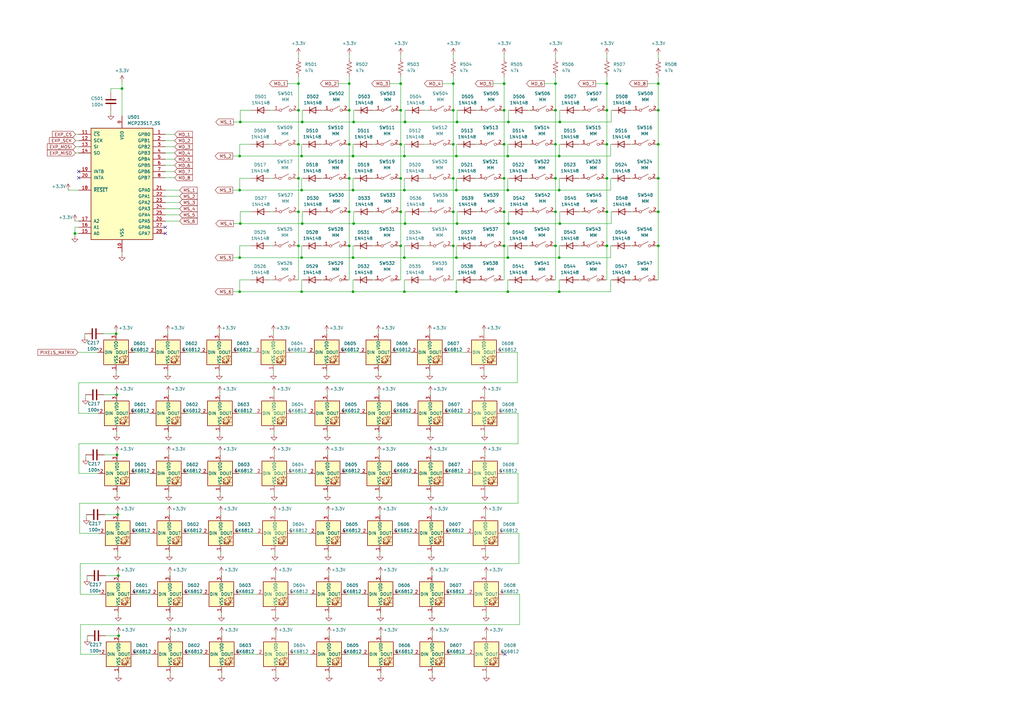
<source format=kicad_sch>
(kicad_sch (version 20230121) (generator eeschema)
  (paper "A3")
  (junction (at 185.928 100.838))
  (junction (at 98.298 119.634))
  (junction (at 206.756 34.29))
  (junction (at 187.198 64.008))
  (junction (at 123.952 50.038))
  (junction (at 206.756 86.868))
  (junction (at 48.26 211.074))
  (junction (at 185.928 34.29))
  (junction (at 164.338 73.152))
  (junction (at 47.625 136.906))
  (junction (at 270.002 59.182))
  (junction (at 248.92 59.182))
  (junction (at 144.78 64.008))
  (junction (at 270.002 34.29))
  (junction (at 145.034 91.694))
  (junction (at 187.198 105.664))
  (junction (at 206.756 100.838))
  (junction (at 143.256 100.838))
  (junction (at 166.116 91.694))
  (junction (at 164.338 45.212))
  (junction (at 123.698 119.634))
  (junction (at 122.428 73.152))
  (junction (at 227.838 73.152))
  (junction (at 165.862 77.978))
  (junction (at 208.28 64.008))
  (junction (at 185.928 73.152))
  (junction (at 270.002 73.152))
  (junction (at 144.78 105.664))
  (junction (at 47.879 161.925))
  (junction (at 229.362 105.664))
  (junction (at 206.756 73.152))
  (junction (at 122.428 59.182))
  (junction (at 187.452 50.038))
  (junction (at 143.256 34.29))
  (junction (at 164.338 100.838))
  (junction (at 144.78 119.634))
  (junction (at 229.362 119.634))
  (junction (at 227.838 59.182))
  (junction (at 206.756 59.182))
  (junction (at 98.298 64.008))
  (junction (at 187.198 77.978))
  (junction (at 229.616 50.038))
  (junction (at 123.698 64.008))
  (junction (at 98.298 77.978))
  (junction (at 229.362 64.008))
  (junction (at 123.952 91.694))
  (junction (at 48.641 260.731))
  (junction (at 208.28 77.978))
  (junction (at 229.616 91.694))
  (junction (at 164.338 34.29))
  (junction (at 208.534 91.694))
  (junction (at 165.862 105.664))
  (junction (at 122.428 34.29))
  (junction (at 123.698 105.664))
  (junction (at 227.838 45.212))
  (junction (at 122.428 45.212))
  (junction (at 50.038 36.322))
  (junction (at 229.362 77.978))
  (junction (at 270.002 45.212))
  (junction (at 227.838 100.838))
  (junction (at 143.256 45.212))
  (junction (at 164.338 86.868))
  (junction (at 166.116 50.038))
  (junction (at 248.92 45.212))
  (junction (at 143.256 86.868))
  (junction (at 248.92 34.29))
  (junction (at 48.006 186.563))
  (junction (at 98.298 105.664))
  (junction (at 98.552 91.694))
  (junction (at 270.002 100.838))
  (junction (at 248.92 86.868))
  (junction (at 206.756 45.212))
  (junction (at 208.28 105.664))
  (junction (at 164.338 59.182))
  (junction (at 208.28 119.634))
  (junction (at 98.552 50.038))
  (junction (at 122.428 100.838))
  (junction (at 227.838 34.29))
  (junction (at 185.928 59.182))
  (junction (at 270.002 86.868))
  (junction (at 48.514 236.093))
  (junction (at 123.698 77.978))
  (junction (at 144.78 77.978))
  (junction (at 165.862 64.008))
  (junction (at 227.838 86.868))
  (junction (at 185.928 45.212))
  (junction (at 165.862 119.634))
  (junction (at 122.428 86.868))
  (junction (at 187.452 91.694))
  (junction (at 145.034 50.038))
  (junction (at 208.534 50.038))
  (junction (at 185.928 86.868))
  (junction (at 143.256 73.152))
  (junction (at 187.198 119.634))
  (junction (at 248.92 100.838))
  (junction (at 143.256 59.182))
  (junction (at 30.734 95.758))
  (junction (at 248.92 73.152))
  (no_connect (at 67.818 95.758))
  (no_connect (at 67.818 93.218))
  (no_connect (at 32.258 72.898))
  (no_connect (at 32.258 70.358))
  (no_connect (at 207.137 268.351))
  (wire (pts (xy 67.818 85.598) (xy 73.66 85.598)))
  (wire (pts (xy 184.531 218.694) (xy 191.516 218.694)))
  (wire (pts (xy 120.777 268.351) (xy 127.381 268.351)))
  (wire (pts (xy 164.338 86.868) (xy 164.084 86.868)))
  (wire (pts (xy 163.83 73.152) (xy 164.338 73.152)))
  (wire (pts (xy 55.626 194.183) (xy 61.595 194.183)))
  (wire (pts (xy 208.28 119.634) (xy 187.198 119.634)))
  (wire (pts (xy 250.444 105.664) (xy 229.362 105.664)))
  (wire (pts (xy 212.471 194.183) (xy 212.471 206.375)))
  (wire (pts (xy 67.818 72.898) (xy 71.628 72.898)))
  (wire (pts (xy 135.001 259.842) (xy 135.001 260.731)))
  (wire (pts (xy 208.534 50.038) (xy 187.452 50.038)))
  (wire (pts (xy 209.042 45.212) (xy 208.534 45.212)))
  (wire (pts (xy 163.83 59.182) (xy 164.338 59.182)))
  (wire (pts (xy 77.343 243.713) (xy 83.185 243.713)))
  (wire (pts (xy 119.761 144.526) (xy 126.365 144.526)))
  (wire (pts (xy 132.08 45.212) (xy 132.842 45.212)))
  (wire (pts (xy 30.988 57.658) (xy 32.258 57.658)))
  (wire (pts (xy 185.928 59.182) (xy 185.928 45.212)))
  (wire (pts (xy 216.408 100.838) (xy 217.17 100.838)))
  (wire (pts (xy 237.744 45.212) (xy 238.506 45.212)))
  (wire (pts (xy 163.703 243.713) (xy 169.545 243.713)))
  (wire (pts (xy 163.83 100.838) (xy 164.338 100.838)))
  (wire (pts (xy 206.756 100.838) (xy 206.756 114.808)))
  (wire (pts (xy 185.928 100.838) (xy 185.928 86.868)))
  (wire (pts (xy 185.928 59.182) (xy 185.928 73.152)))
  (wire (pts (xy 43.434 260.731) (xy 48.641 260.731)))
  (wire (pts (xy 187.452 86.868) (xy 187.452 91.694)))
  (wire (pts (xy 145.034 86.868) (xy 145.034 91.694)))
  (wire (pts (xy 270.002 100.838) (xy 270.002 114.808)))
  (wire (pts (xy 67.818 65.278) (xy 71.628 65.278)))
  (wire (pts (xy 248.92 22.352) (xy 248.92 23.876)))
  (wire (pts (xy 134.874 251.333) (xy 134.874 252.222)))
  (wire (pts (xy 185.928 73.152) (xy 185.928 86.868)))
  (wire (pts (xy 142.748 100.838) (xy 143.256 100.838)))
  (wire (pts (xy 198.501 136.017) (xy 198.501 136.906)))
  (wire (pts (xy 90.551 226.314) (xy 90.551 227.203)))
  (wire (pts (xy 208.788 100.838) (xy 208.28 100.838)))
  (wire (pts (xy 248.92 59.182) (xy 248.92 73.152)))
  (wire (pts (xy 69.215 185.674) (xy 69.215 186.563)))
  (wire (pts (xy 32.639 206.375) (xy 32.639 218.694)))
  (wire (pts (xy 143.256 73.152) (xy 143.256 86.868)))
  (wire (pts (xy 32.385 194.183) (xy 40.386 194.183)))
  (wire (pts (xy 199.517 275.971) (xy 199.517 276.86)))
  (wire (pts (xy 42.418 136.906) (xy 47.625 136.906)))
  (wire (pts (xy 142.621 268.351) (xy 148.59 268.351)))
  (wire (pts (xy 227.33 59.182) (xy 227.838 59.182)))
  (wire (pts (xy 164.338 22.352) (xy 164.338 23.876)))
  (wire (pts (xy 110.49 114.808) (xy 111.76 114.808)))
  (wire (pts (xy 206.756 59.182) (xy 206.756 45.212)))
  (wire (pts (xy 270.002 86.868) (xy 269.748 86.868)))
  (wire (pts (xy 212.852 218.694) (xy 212.852 231.14)))
  (wire (pts (xy 67.818 60.198) (xy 71.628 60.198)))
  (wire (pts (xy 208.28 64.008) (xy 229.362 64.008)))
  (wire (pts (xy 206.248 59.182) (xy 206.756 59.182)))
  (wire (pts (xy 185.928 86.868) (xy 185.674 86.868)))
  (wire (pts (xy 230.124 86.868) (xy 229.616 86.868)))
  (wire (pts (xy 248.92 59.182) (xy 248.92 45.212)))
  (wire (pts (xy 30.734 96.774) (xy 30.734 95.758)))
  (wire (pts (xy 134.366 201.803) (xy 134.366 202.692)))
  (wire (pts (xy 67.818 57.658) (xy 71.628 57.658)))
  (wire (pts (xy 122.428 73.152) (xy 122.428 86.868)))
  (wire (pts (xy 250.698 45.212) (xy 250.698 50.038)))
  (wire (pts (xy 209.042 86.868) (xy 208.534 86.868)))
  (wire (pts (xy 177.292 275.971) (xy 177.292 276.86)))
  (wire (pts (xy 117.856 34.29) (xy 122.428 34.29)))
  (wire (pts (xy 155.829 226.314) (xy 155.829 227.203)))
  (wire (pts (xy 164.338 34.29) (xy 164.338 45.212)))
  (wire (pts (xy 50.038 36.322) (xy 50.038 47.498)))
  (wire (pts (xy 143.256 59.182) (xy 143.256 73.152)))
  (wire (pts (xy 67.818 88.138) (xy 73.66 88.138)))
  (wire (pts (xy 98.298 59.182) (xy 98.298 64.008)))
  (wire (pts (xy 122.428 31.496) (xy 122.428 34.29)))
  (wire (pts (xy 121.92 100.838) (xy 122.428 100.838)))
  (wire (pts (xy 110.744 86.868) (xy 112.014 86.868)))
  (wire (pts (xy 270.002 22.352) (xy 270.002 23.876)))
  (wire (pts (xy 113.03 251.333) (xy 113.03 252.222)))
  (wire (pts (xy 229.362 59.182) (xy 229.362 64.008)))
  (wire (pts (xy 187.96 86.868) (xy 187.452 86.868)))
  (wire (pts (xy 155.448 161.036) (xy 155.448 161.925)))
  (wire (pts (xy 56.134 243.713) (xy 62.103 243.713)))
  (wire (pts (xy 143.256 22.352) (xy 143.256 23.876)))
  (wire (pts (xy 112.776 226.314) (xy 112.776 227.203)))
  (wire (pts (xy 174.244 45.212) (xy 175.514 45.212)))
  (wire (pts (xy 208.534 45.212) (xy 208.534 50.038)))
  (wire (pts (xy 69.088 161.036) (xy 69.088 161.925)))
  (wire (pts (xy 102.87 73.152) (xy 98.298 73.152)))
  (wire (pts (xy 213.106 256.159) (xy 33.02 256.159)))
  (wire (pts (xy 42.672 161.925) (xy 47.879 161.925)))
  (wire (pts (xy 165.862 105.664) (xy 187.198 105.664)))
  (wire (pts (xy 144.78 77.978) (xy 123.698 77.978)))
  (wire (pts (xy 237.49 114.808) (xy 238.252 114.808)))
  (wire (pts (xy 69.723 251.333) (xy 69.723 252.222)))
  (wire (pts (xy 206.121 144.526) (xy 212.217 144.526)))
  (wire (pts (xy 134.62 226.314) (xy 134.62 227.203)))
  (wire (pts (xy 121.92 73.152) (xy 122.428 73.152)))
  (wire (pts (xy 206.756 73.152) (xy 206.756 86.868)))
  (wire (pts (xy 176.276 152.146) (xy 176.276 153.035)))
  (wire (pts (xy 164.338 59.182) (xy 164.338 45.212)))
  (wire (pts (xy 120.396 218.694) (xy 127 218.694)))
  (wire (pts (xy 153.162 86.868) (xy 153.924 86.868)))
  (wire (pts (xy 212.217 144.526) (xy 212.217 156.972)))
  (wire (pts (xy 90.17 161.036) (xy 90.17 161.925)))
  (wire (pts (xy 90.551 210.185) (xy 90.551 211.074)))
  (wire (pts (xy 98.298 64.008) (xy 123.698 64.008)))
  (wire (pts (xy 250.444 64.008) (xy 229.362 64.008)))
  (wire (pts (xy 76.708 169.545) (xy 82.55 169.545)))
  (wire (pts (xy 35.687 236.093) (xy 35.687 237.363)))
  (wire (pts (xy 269.494 73.152) (xy 270.002 73.152)))
  (wire (pts (xy 165.862 105.664) (xy 144.78 105.664)))
  (wire (pts (xy 164.338 45.212) (xy 164.084 45.212)))
  (wire (pts (xy 270.002 31.496) (xy 270.002 34.29)))
  (wire (pts (xy 173.99 59.182) (xy 175.26 59.182)))
  (wire (pts (xy 35.052 161.925) (xy 35.052 163.195)))
  (wire (pts (xy 185.42 114.808) (xy 185.928 114.808)))
  (wire (pts (xy 229.362 114.808) (xy 229.362 119.634)))
  (wire (pts (xy 270.002 59.182) (xy 270.002 73.152)))
  (wire (pts (xy 227.838 31.496) (xy 227.838 34.29)))
  (wire (pts (xy 32.893 231.14) (xy 32.893 243.713)))
  (wire (pts (xy 185.928 31.496) (xy 185.928 34.29)))
  (wire (pts (xy 122.428 45.212) (xy 122.174 45.212)))
  (wire (pts (xy 155.575 201.803) (xy 155.575 202.692)))
  (wire (pts (xy 258.826 45.212) (xy 259.588 45.212)))
  (wire (pts (xy 145.542 45.212) (xy 145.034 45.212)))
  (wire (pts (xy 185.928 45.212) (xy 185.674 45.212)))
  (wire (pts (xy 90.17 177.165) (xy 90.17 178.054)))
  (wire (pts (xy 202.184 34.29) (xy 206.756 34.29)))
  (wire (pts (xy 152.908 73.152) (xy 153.67 73.152)))
  (wire (pts (xy 134.239 177.165) (xy 134.239 178.054)))
  (wire (pts (xy 67.818 55.118) (xy 71.628 55.118)))
  (wire (pts (xy 166.116 45.212) (xy 166.116 50.038)))
  (wire (pts (xy 258.572 100.838) (xy 259.334 100.838)))
  (wire (pts (xy 223.266 34.29) (xy 227.838 34.29)))
  (wire (pts (xy 142.748 114.808) (xy 143.256 114.808)))
  (wire (pts (xy 156.083 251.333) (xy 156.083 252.222)))
  (wire (pts (xy 155.448 177.165) (xy 155.448 178.054)))
  (wire (pts (xy 248.92 31.496) (xy 248.92 34.29)))
  (wire (pts (xy 166.37 100.838) (xy 165.862 100.838)))
  (wire (pts (xy 250.698 50.038) (xy 229.616 50.038)))
  (wire (pts (xy 122.428 45.212) (xy 122.428 59.182)))
  (wire (pts (xy 166.116 91.694) (xy 187.452 91.694)))
  (wire (pts (xy 195.326 73.152) (xy 196.088 73.152)))
  (wire (pts (xy 76.454 144.526) (xy 82.296 144.526)))
  (wire (pts (xy 142.494 243.713) (xy 148.463 243.713)))
  (wire (pts (xy 89.916 136.017) (xy 89.916 136.906)))
  (wire (pts (xy 110.744 45.212) (xy 112.014 45.212)))
  (wire (pts (xy 122.428 34.29) (xy 122.428 45.212)))
  (wire (pts (xy 131.826 100.838) (xy 132.588 100.838)))
  (wire (pts (xy 43.307 236.093) (xy 48.514 236.093)))
  (wire (pts (xy 206.756 45.212) (xy 206.502 45.212)))
  (wire (pts (xy 187.706 73.152) (xy 187.198 73.152)))
  (wire (pts (xy 163.195 194.183) (xy 169.037 194.183)))
  (wire (pts (xy 206.248 73.152) (xy 206.756 73.152)))
  (wire (pts (xy 173.99 73.152) (xy 175.26 73.152)))
  (wire (pts (xy 187.706 114.808) (xy 187.198 114.808)))
  (wire (pts (xy 67.818 77.978) (xy 73.66 77.978)))
  (wire (pts (xy 48.514 251.333) (xy 48.514 252.222)))
  (wire (pts (xy 98.552 45.212) (xy 98.552 50.038)))
  (wire (pts (xy 198.882 201.803) (xy 198.882 202.692)))
  (wire (pts (xy 237.49 100.838) (xy 238.252 100.838)))
  (wire (pts (xy 250.444 77.978) (xy 229.362 77.978)))
  (wire (pts (xy 195.326 100.838) (xy 196.088 100.838)))
  (wire (pts (xy 152.908 59.182) (xy 153.67 59.182)))
  (wire (pts (xy 187.706 59.182) (xy 187.198 59.182)))
  (wire (pts (xy 166.116 50.038) (xy 145.034 50.038)))
  (wire (pts (xy 187.198 59.182) (xy 187.198 64.008)))
  (wire (pts (xy 67.818 83.058) (xy 73.66 83.058)))
  (wire (pts (xy 76.835 194.183) (xy 82.677 194.183)))
  (wire (pts (xy 198.755 177.165) (xy 198.755 178.054)))
  (wire (pts (xy 164.338 31.496) (xy 164.338 34.29)))
  (wire (pts (xy 55.499 169.545) (xy 61.468 169.545)))
  (wire (pts (xy 195.326 59.182) (xy 196.088 59.182)))
  (wire (pts (xy 47.879 161.036) (xy 47.879 161.925)))
  (wire (pts (xy 229.362 100.838) (xy 229.362 105.664)))
  (wire (pts (xy 229.87 100.838) (xy 229.362 100.838)))
  (wire (pts (xy 164.338 73.152) (xy 164.338 86.868)))
  (wire (pts (xy 69.85 259.842) (xy 69.85 260.731)))
  (wire (pts (xy 144.78 114.808) (xy 144.78 119.634)))
  (wire (pts (xy 248.412 73.152) (xy 248.92 73.152)))
  (wire (pts (xy 177.292 259.842) (xy 177.292 260.731)))
  (wire (pts (xy 176.657 201.803) (xy 176.657 202.692)))
  (wire (pts (xy 48.641 275.971) (xy 48.641 276.86)))
  (wire (pts (xy 156.083 235.204) (xy 156.083 236.093)))
  (wire (pts (xy 131.826 59.182) (xy 132.588 59.182)))
  (wire (pts (xy 110.49 100.838) (xy 111.76 100.838)))
  (wire (pts (xy 227.838 86.868) (xy 227.838 100.838)))
  (wire (pts (xy 166.37 73.152) (xy 165.862 73.152)))
  (wire (pts (xy 250.698 86.868) (xy 250.698 91.694)))
  (wire (pts (xy 208.534 91.694) (xy 187.452 91.694)))
  (wire (pts (xy 124.206 100.838) (xy 123.698 100.838)))
  (wire (pts (xy 27.94 77.978) (xy 32.258 77.978)))
  (wire (pts (xy 166.624 45.212) (xy 166.116 45.212)))
  (wire (pts (xy 121.92 59.182) (xy 122.428 59.182)))
  (wire (pts (xy 227.33 73.152) (xy 227.838 73.152)))
  (wire (pts (xy 185.42 59.182) (xy 185.928 59.182)))
  (wire (pts (xy 206.756 22.352) (xy 206.756 23.876)))
  (wire (pts (xy 143.256 31.496) (xy 143.256 34.29)))
  (wire (pts (xy 67.818 70.358) (xy 71.628 70.358)))
  (wire (pts (xy 47.879 177.165) (xy 47.879 178.054)))
  (wire (pts (xy 187.96 45.212) (xy 187.452 45.212)))
  (wire (pts (xy 153.162 45.212) (xy 153.924 45.212)))
  (wire (pts (xy 124.206 114.808) (xy 123.698 114.808)))
  (wire (pts (xy 135.001 275.971) (xy 135.001 276.86)))
  (wire (pts (xy 250.444 114.808) (xy 250.444 119.634)))
  (wire (pts (xy 229.87 114.808) (xy 229.362 114.808)))
  (wire (pts (xy 248.92 86.868) (xy 248.666 86.868)))
  (wire (pts (xy 165.862 77.978) (xy 187.198 77.978)))
  (wire (pts (xy 123.698 100.838) (xy 123.698 105.664)))
  (wire (pts (xy 98.552 91.694) (xy 95.758 91.694)))
  (wire (pts (xy 248.412 59.182) (xy 248.92 59.182)))
  (wire (pts (xy 102.87 100.838) (xy 98.298 100.838)))
  (wire (pts (xy 227.838 34.29) (xy 227.838 45.212)))
  (wire (pts (xy 120.142 194.183) (xy 126.746 194.183)))
  (wire (pts (xy 69.088 177.165) (xy 69.088 178.054)))
  (wire (pts (xy 206.756 31.496) (xy 206.756 34.29)))
  (wire (pts (xy 143.256 45.212) (xy 143.002 45.212)))
  (wire (pts (xy 206.756 100.838) (xy 206.756 86.868)))
  (wire (pts (xy 98.171 218.694) (xy 105.156 218.694)))
  (wire (pts (xy 50.038 103.378) (xy 50.038 104.394)))
  (wire (pts (xy 164.338 100.838) (xy 164.338 86.868)))
  (wire (pts (xy 173.99 114.808) (xy 175.26 114.808)))
  (wire (pts (xy 187.198 100.838) (xy 187.198 105.664)))
  (wire (pts (xy 208.28 77.978) (xy 229.362 77.978)))
  (wire (pts (xy 121.92 114.808) (xy 122.428 114.808)))
  (wire (pts (xy 199.39 251.333) (xy 199.39 252.222)))
  (wire (pts (xy 174.244 86.868) (xy 175.514 86.868)))
  (wire (pts (xy 250.952 73.152) (xy 250.444 73.152)))
  (wire (pts (xy 237.744 86.868) (xy 238.506 86.868)))
  (wire (pts (xy 165.862 73.152) (xy 165.862 77.978)))
  (wire (pts (xy 187.198 73.152) (xy 187.198 77.978)))
  (wire (pts (xy 68.834 136.017) (xy 68.834 136.906)))
  (wire (pts (xy 98.298 64.008) (xy 95.504 64.008)))
  (wire (pts (xy 133.985 136.017) (xy 133.985 136.906)))
  (wire (pts (xy 123.698 73.152) (xy 123.698 77.978)))
  (wire (pts (xy 227.838 59.182) (xy 227.838 73.152)))
  (wire (pts (xy 248.92 34.29) (xy 248.92 45.212)))
  (wire (pts (xy 229.616 86.868) (xy 229.616 91.694)))
  (wire (pts (xy 248.412 114.808) (xy 248.92 114.808)))
  (wire (pts (xy 176.911 226.314) (xy 176.911 227.203)))
  (wire (pts (xy 208.28 73.152) (xy 208.28 77.978)))
  (wire (pts (xy 208.788 73.152) (xy 208.28 73.152)))
  (wire (pts (xy 199.136 226.314) (xy 199.136 227.203)))
  (wire (pts (xy 98.298 119.634) (xy 95.504 119.634)))
  (wire (pts (xy 176.276 136.017) (xy 176.276 136.906)))
  (wire (pts (xy 90.297 185.674) (xy 90.297 186.563)))
  (wire (pts (xy 206.502 194.183) (xy 212.471 194.183)))
  (wire (pts (xy 165.862 59.182) (xy 165.862 64.008)))
  (wire (pts (xy 270.002 73.152) (xy 270.002 86.868)))
  (wire (pts (xy 184.912 268.351) (xy 191.897 268.351)))
  (wire (pts (xy 32.893 243.713) (xy 40.894 243.713)))
  (wire (pts (xy 162.814 144.526) (xy 168.656 144.526)))
  (wire (pts (xy 163.449 218.694) (xy 169.291 218.694)))
  (wire (pts (xy 258.826 86.868) (xy 259.588 86.868)))
  (wire (pts (xy 48.006 185.674) (xy 48.006 186.563)))
  (wire (pts (xy 250.444 73.152) (xy 250.444 77.978)))
  (wire (pts (xy 181.356 34.29) (xy 185.928 34.29)))
  (wire (pts (xy 32.639 218.694) (xy 40.64 218.694)))
  (wire (pts (xy 120.65 243.713) (xy 127.254 243.713)))
  (wire (pts (xy 159.766 34.29) (xy 164.338 34.29)))
  (wire (pts (xy 42.799 186.563) (xy 48.006 186.563)))
  (wire (pts (xy 248.92 73.152) (xy 248.92 86.868)))
  (wire (pts (xy 206.756 218.694) (xy 212.852 218.694)))
  (wire (pts (xy 227.838 86.868) (xy 227.584 86.868)))
  (wire (pts (xy 265.43 34.29) (xy 270.002 34.29)))
  (wire (pts (xy 90.932 275.971) (xy 90.932 276.86)))
  (wire (pts (xy 145.288 114.808) (xy 144.78 114.808)))
  (wire (pts (xy 237.49 59.182) (xy 238.252 59.182)))
  (wire (pts (xy 67.818 62.738) (xy 71.628 62.738)))
  (wire (pts (xy 248.92 100.838) (xy 248.92 86.868)))
  (wire (pts (xy 227.838 45.212) (xy 227.838 59.182)))
  (wire (pts (xy 248.412 100.838) (xy 248.92 100.838)))
  (wire (pts (xy 176.657 185.674) (xy 176.657 186.563)))
  (wire (pts (xy 250.444 100.838) (xy 250.444 105.664)))
  (wire (pts (xy 216.408 59.182) (xy 217.17 59.182)))
  (wire (pts (xy 112.522 201.803) (xy 112.522 202.692)))
  (wire (pts (xy 206.248 100.838) (xy 206.756 100.838)))
  (wire (pts (xy 165.862 77.978) (xy 144.78 77.978)))
  (wire (pts (xy 69.469 210.185) (xy 69.469 211.074)))
  (wire (pts (xy 55.245 144.526) (xy 61.214 144.526)))
  (wire (pts (xy 185.42 100.838) (xy 185.928 100.838)))
  (wire (pts (xy 141.859 169.545) (xy 147.828 169.545)))
  (wire (pts (xy 177.165 251.333) (xy 177.165 252.222)))
  (wire (pts (xy 145.288 73.152) (xy 144.78 73.152)))
  (wire (pts (xy 134.62 210.185) (xy 134.62 211.074)))
  (wire (pts (xy 187.198 114.808) (xy 187.198 119.634)))
  (wire (pts (xy 112.395 177.165) (xy 112.395 178.054)))
  (wire (pts (xy 131.826 114.808) (xy 132.588 114.808)))
  (wire (pts (xy 55.88 218.694) (xy 61.849 218.694)))
  (wire (pts (xy 216.408 114.808) (xy 217.17 114.808)))
  (wire (pts (xy 155.194 152.146) (xy 155.194 153.035)))
  (wire (pts (xy 145.034 50.038) (xy 123.952 50.038)))
  (wire (pts (xy 155.575 185.674) (xy 155.575 186.563)))
  (wire (pts (xy 32.258 169.545) (xy 40.259 169.545)))
  (wire (pts (xy 123.952 86.868) (xy 123.952 91.694)))
  (wire (pts (xy 251.206 45.212) (xy 250.698 45.212)))
  (wire (pts (xy 213.106 243.713) (xy 213.106 256.159)))
  (wire (pts (xy 143.256 86.868) (xy 143.002 86.868)))
  (wire (pts (xy 48.26 226.314) (xy 48.26 227.203)))
  (wire (pts (xy 67.818 67.818) (xy 71.628 67.818)))
  (wire (pts (xy 258.572 59.182) (xy 259.334 59.182)))
  (wire (pts (xy 98.552 86.868) (xy 98.552 91.694)))
  (wire (pts (xy 250.444 59.182) (xy 250.444 64.008)))
  (wire (pts (xy 35.814 260.731) (xy 35.814 262.001)))
  (wire (pts (xy 122.428 59.182) (xy 122.428 73.152)))
  (wire (pts (xy 98.298 73.152) (xy 98.298 77.978)))
  (wire (pts (xy 124.46 86.868) (xy 123.952 86.868)))
  (wire (pts (xy 69.723 235.204) (xy 69.723 236.093)))
  (wire (pts (xy 156.21 259.842) (xy 156.21 260.731)))
  (wire (pts (xy 90.297 201.803) (xy 90.297 202.692)))
  (wire (pts (xy 269.494 100.838) (xy 270.002 100.838)))
  (wire (pts (xy 30.734 95.758) (xy 32.258 95.758)))
  (wire (pts (xy 156.21 275.971) (xy 156.21 276.86)))
  (wire (pts (xy 134.366 185.674) (xy 134.366 186.563)))
  (wire (pts (xy 165.862 64.008) (xy 187.198 64.008)))
  (wire (pts (xy 166.37 59.182) (xy 165.862 59.182)))
  (wire (pts (xy 237.49 73.152) (xy 238.252 73.152)))
  (wire (pts (xy 145.288 100.838) (xy 144.78 100.838)))
  (wire (pts (xy 142.24 218.694) (xy 148.209 218.694)))
  (wire (pts (xy 43.053 211.074) (xy 48.26 211.074)))
  (wire (pts (xy 206.375 169.545) (xy 212.471 169.545)))
  (wire (pts (xy 32.258 156.972) (xy 32.258 169.545)))
  (wire (pts (xy 229.87 73.152) (xy 229.362 73.152)))
  (wire (pts (xy 89.916 152.146) (xy 89.916 153.035)))
  (wire (pts (xy 145.542 86.868) (xy 145.034 86.868)))
  (wire (pts (xy 45.466 37.846) (xy 45.466 36.322)))
  (wire (pts (xy 90.932 259.842) (xy 90.932 260.731)))
  (wire (pts (xy 98.298 119.634) (xy 123.698 119.634)))
  (wire (pts (xy 163.068 169.545) (xy 168.91 169.545)))
  (wire (pts (xy 250.952 59.182) (xy 250.444 59.182)))
  (wire (pts (xy 35.433 211.074) (xy 35.433 212.344)))
  (wire (pts (xy 198.501 152.146) (xy 198.501 153.035)))
  (wire (pts (xy 144.78 119.634) (xy 123.698 119.634)))
  (wire (pts (xy 258.572 114.808) (xy 259.334 114.808)))
  (wire (pts (xy 164.338 100.838) (xy 164.338 114.808)))
  (wire (pts (xy 208.28 64.008) (xy 187.198 64.008)))
  (wire (pts (xy 270.002 45.212) (xy 270.002 59.182)))
  (wire (pts (xy 227.33 114.808) (xy 227.838 114.808)))
  (wire (pts (xy 198.882 185.674) (xy 198.882 186.563)))
  (wire (pts (xy 124.206 73.152) (xy 123.698 73.152)))
  (wire (pts (xy 185.928 34.29) (xy 185.928 45.212)))
  (wire (pts (xy 103.124 45.212) (xy 98.552 45.212)))
  (wire (pts (xy 208.28 77.978) (xy 187.198 77.978)))
  (wire (pts (xy 152.908 100.838) (xy 153.67 100.838)))
  (wire (pts (xy 33.02 268.351) (xy 41.021 268.351)))
  (wire (pts (xy 195.58 45.212) (xy 196.342 45.212)))
  (wire (pts (xy 47.625 152.146) (xy 47.625 153.035)))
  (wire (pts (xy 142.748 59.182) (xy 143.256 59.182)))
  (wire (pts (xy 112.776 210.185) (xy 112.776 211.074)))
  (wire (pts (xy 144.78 59.182) (xy 144.78 64.008)))
  (wire (pts (xy 208.534 50.038) (xy 229.616 50.038)))
  (wire (pts (xy 176.911 210.185) (xy 176.911 211.074)))
  (wire (pts (xy 142.748 73.152) (xy 143.256 73.152)))
  (wire (pts (xy 212.471 181.991) (xy 32.385 181.991)))
  (wire (pts (xy 227.838 45.212) (xy 227.584 45.212)))
  (wire (pts (xy 208.28 59.182) (xy 208.28 64.008)))
  (wire (pts (xy 173.99 100.838) (xy 175.26 100.838)))
  (wire (pts (xy 98.298 105.664) (xy 95.504 105.664)))
  (wire (pts (xy 184.785 243.713) (xy 191.77 243.713)))
  (wire (pts (xy 258.572 73.152) (xy 259.334 73.152)))
  (wire (pts (xy 165.862 64.008) (xy 144.78 64.008)))
  (wire (pts (xy 227.838 73.152) (xy 227.838 86.868)))
  (wire (pts (xy 123.952 45.212) (xy 123.952 50.038)))
  (wire (pts (xy 165.862 114.808) (xy 165.862 119.634)))
  (wire (pts (xy 270.002 34.29) (xy 270.002 45.212)))
  (wire (pts (xy 134.874 235.204) (xy 134.874 236.093)))
  (wire (pts (xy 97.536 144.526) (xy 104.521 144.526)))
  (wire (pts (xy 145.034 91.694) (xy 123.952 91.694)))
  (wire (pts (xy 144.78 73.152) (xy 144.78 77.978)))
  (wire (pts (xy 250.952 114.808) (xy 250.444 114.808)))
  (wire (pts (xy 212.471 206.375) (xy 32.639 206.375)))
  (wire (pts (xy 56.261 268.351) (xy 62.23 268.351)))
  (wire (pts (xy 110.49 73.152) (xy 111.76 73.152)))
  (wire (pts (xy 48.26 210.185) (xy 48.26 211.074)))
  (wire (pts (xy 244.348 34.29) (xy 248.92 34.29)))
  (wire (pts (xy 166.116 50.038) (xy 187.452 50.038)))
  (wire (pts (xy 68.834 152.146) (xy 68.834 153.035)))
  (wire (pts (xy 48.514 235.204) (xy 48.514 236.093)))
  (wire (pts (xy 269.494 59.182) (xy 270.002 59.182)))
  (wire (pts (xy 124.206 59.182) (xy 123.698 59.182)))
  (wire (pts (xy 227.33 100.838) (xy 227.838 100.838)))
  (wire (pts (xy 98.298 77.978) (xy 95.504 77.978)))
  (wire (pts (xy 155.194 136.017) (xy 155.194 136.906)))
  (wire (pts (xy 112.395 161.036) (xy 112.395 161.925)))
  (wire (pts (xy 216.662 45.212) (xy 217.424 45.212)))
  (wire (pts (xy 206.756 34.29) (xy 206.756 45.212)))
  (wire (pts (xy 98.552 50.038) (xy 123.952 50.038)))
  (wire (pts (xy 185.928 22.352) (xy 185.928 23.876)))
  (wire (pts (xy 97.79 169.545) (xy 104.775 169.545)))
  (wire (pts (xy 77.47 268.351) (xy 83.312 268.351)))
  (wire (pts (xy 98.298 100.838) (xy 98.298 105.664)))
  (wire (pts (xy 250.952 100.838) (xy 250.444 100.838)))
  (wire (pts (xy 199.517 259.842) (xy 199.517 260.731)))
  (wire (pts (xy 208.28 114.808) (xy 208.28 119.634)))
  (wire (pts (xy 176.53 177.165) (xy 176.53 178.054)))
  (wire (pts (xy 208.28 100.838) (xy 208.28 105.664)))
  (wire (pts (xy 165.862 119.634) (xy 187.198 119.634)))
  (wire (pts (xy 143.256 34.29) (xy 143.256 45.212)))
  (wire (pts (xy 163.83 268.351) (xy 169.672 268.351)))
  (wire (pts (xy 30.988 55.118) (xy 32.258 55.118)))
  (wire (pts (xy 208.534 91.694) (xy 229.616 91.694)))
  (wire (pts (xy 269.494 114.808) (xy 270.002 114.808)))
  (wire (pts (xy 30.988 60.198) (xy 32.258 60.198)))
  (wire (pts (xy 48.006 201.803) (xy 48.006 202.692)))
  (wire (pts (xy 98.552 91.694) (xy 123.952 91.694)))
  (wire (pts (xy 199.39 235.204) (xy 199.39 236.093)))
  (wire (pts (xy 112.141 136.017) (xy 112.141 136.906)))
  (wire (pts (xy 195.58 86.868) (xy 196.342 86.868)))
  (wire (pts (xy 208.788 114.808) (xy 208.28 114.808)))
  (wire (pts (xy 184.277 194.183) (xy 191.262 194.183)))
  (wire (pts (xy 166.624 86.868) (xy 166.116 86.868)))
  (wire (pts (xy 30.734 90.678) (xy 32.258 90.678)))
  (wire (pts (xy 206.756 59.182) (xy 206.756 73.152)))
  (wire (pts (xy 98.298 114.808) (xy 98.298 119.634)))
  (wire (pts (xy 141.605 144.526) (xy 147.574 144.526)))
  (wire (pts (xy 120.015 169.545) (xy 126.619 169.545)))
  (wire (pts (xy 185.42 73.152) (xy 185.928 73.152)))
  (wire (pts (xy 208.534 86.868) (xy 208.534 91.694)))
  (wire (pts (xy 134.239 161.036) (xy 134.239 161.925)))
  (wire (pts (xy 187.452 45.212) (xy 187.452 50.038)))
  (wire (pts (xy 69.85 275.971) (xy 69.85 276.86)))
  (wire (pts (xy 208.28 119.634) (xy 229.362 119.634)))
  (wire (pts (xy 45.466 36.322) (xy 50.038 36.322)))
  (wire (pts (xy 230.124 45.212) (xy 229.616 45.212)))
  (wire (pts (xy 69.215 201.803) (xy 69.215 202.692)))
  (wire (pts (xy 98.298 77.978) (xy 123.698 77.978)))
  (wire (pts (xy 208.788 59.182) (xy 208.28 59.182)))
  (wire (pts (xy 176.53 161.036) (xy 176.53 161.925)))
  (wire (pts (xy 30.734 93.218) (xy 32.258 93.218)))
  (wire (pts (xy 90.805 251.333) (xy 90.805 252.222)))
  (wire (pts (xy 166.116 91.694) (xy 145.034 91.694)))
  (wire (pts (xy 122.428 100.838) (xy 122.428 114.808)))
  (wire (pts (xy 177.165 235.204) (xy 177.165 236.093)))
  (wire (pts (xy 32.004 144.526) (xy 40.005 144.526)))
  (wire (pts (xy 165.862 100.838) (xy 165.862 105.664)))
  (wire (pts (xy 98.552 268.351) (xy 105.537 268.351)))
  (wire (pts (xy 112.522 185.674) (xy 112.522 186.563)))
  (wire (pts (xy 144.78 105.664) (xy 123.698 105.664)))
  (wire (pts (xy 33.02 256.159) (xy 33.02 268.351)))
  (wire (pts (xy 206.756 86.868) (xy 206.502 86.868)))
  (wire (pts (xy 144.78 100.838) (xy 144.78 105.664)))
  (wire (pts (xy 208.28 105.664) (xy 187.198 105.664)))
  (wire (pts (xy 90.805 235.204) (xy 90.805 236.093)))
  (wire (pts (xy 32.385 181.991) (xy 32.385 194.183)))
  (wire (pts (xy 163.83 114.808) (xy 164.338 114.808)))
  (wire (pts (xy 45.466 45.466) (xy 45.466 46.482)))
  (wire (pts (xy 145.034 45.212) (xy 145.034 50.038)))
  (wire (pts (xy 132.08 86.868) (xy 132.842 86.868)))
  (wire (pts (xy 207.01 243.713) (xy 213.106 243.713)))
  (wire (pts (xy 227.838 100.838) (xy 227.838 114.808)))
  (wire (pts (xy 185.928 100.838) (xy 185.928 114.808)))
  (wire (pts (xy 67.818 90.678) (xy 73.66 90.678)))
  (wire (pts (xy 103.124 86.868) (xy 98.552 86.868)))
  (wire (pts (xy 102.87 59.182) (xy 98.298 59.182)))
  (wire (pts (xy 216.662 86.868) (xy 217.424 86.868)))
  (wire (pts (xy 30.988 62.738) (xy 32.258 62.738)))
  (wire (pts (xy 216.408 73.152) (xy 217.17 73.152)))
  (wire (pts (xy 229.362 73.152) (xy 229.362 77.978)))
  (wire (pts (xy 206.248 114.808) (xy 206.756 114.808)))
  (wire (pts (xy 77.089 218.694) (xy 82.931 218.694)))
  (wire (pts (xy 143.256 100.838) (xy 143.256 114.808)))
  (wire (pts (xy 122.428 86.868) (xy 122.174 86.868)))
  (wire (pts (xy 164.338 59.182) (xy 164.338 73.152)))
  (wire (pts (xy 198.755 161.036) (xy 198.755 161.925)))
  (wire (pts (xy 113.157 259.842) (xy 113.157 260.731)))
  (wire (pts (xy 270.002 86.868) (xy 270.002 100.838)))
  (wire (pts (xy 248.92 45.212) (xy 248.666 45.212)))
  (wire (pts (xy 227.838 22.352) (xy 227.838 23.876)))
  (wire (pts (xy 212.471 169.545) (xy 212.471 181.991)))
  (wire (pts (xy 152.908 114.808) (xy 153.67 114.808)))
  (wire (pts (xy 166.37 114.808) (xy 165.862 114.808)))
  (wire (pts (xy 30.734 95.758) (xy 30.734 93.218)))
  (wire (pts (xy 212.217 156.972) (xy 32.258 156.972)))
  (wire (pts (xy 187.706 100.838) (xy 187.198 100.838)))
  (wire (pts (xy 67.818 80.518) (xy 73.66 80.518)))
  (wire (pts (xy 141.986 194.183) (xy 147.955 194.183)))
  (wire (pts (xy 98.298 105.664) (xy 123.698 105.664)))
  (wire (pts (xy 98.552 50.038) (xy 95.758 50.038)))
  (wire (pts (xy 112.141 152.146) (xy 112.141 153.035)))
  (wire (pts (xy 248.92 100.838) (xy 248.92 114.808)))
  (wire (pts (xy 199.136 210.185) (xy 199.136 211.074)))
  (wire (pts (xy 250.444 119.634) (xy 229.362 119.634)))
  (wire (pts (xy 131.826 73.152) (xy 132.588 73.152)))
  (wire (pts (xy 124.46 45.212) (xy 123.952 45.212)))
  (wire (pts (xy 212.852 231.14) (xy 32.893 231.14)))
  (wire (pts (xy 165.862 119.634) (xy 144.78 119.634)))
  (wire (pts (xy 98.425 243.713) (xy 105.41 243.713)))
  (wire (pts (xy 123.698 59.182) (xy 123.698 64.008)))
  (wire (pts (xy 50.038 33.528) (xy 50.038 36.322)))
  (wire (pts (xy 229.87 59.182) (xy 229.362 59.182)))
  (wire (pts (xy 251.206 86.868) (xy 250.698 86.868)))
  (wire (pts (xy 250.698 91.694) (xy 229.616 91.694)))
  (wire (pts (xy 229.616 45.212) (xy 229.616 50.038)))
  (wire (pts (xy 145.288 59.182) (xy 144.78 59.182)))
  (wire (pts (xy 122.428 86.868) (xy 122.428 100.838)))
  (wire (pts (xy 113.03 235.204) (xy 113.03 236.093)))
  (wire (pts (xy 69.469 226.314) (xy 69.469 227.203)))
  (wire (pts (xy 166.116 86.868) (xy 166.116 91.694)))
  (wire (pts (xy 270.002 45.212) (xy 269.748 45.212)))
  (wire (pts (xy 144.78 64.008) (xy 123.698 64.008)))
  (wire (pts (xy 133.985 152.146) (xy 133.985 153.035)))
  (wire (pts (xy 35.179 186.563) (xy 35.179 187.833)))
  (wire (pts (xy 48.641 259.842) (xy 48.641 260.731)))
  (wire (pts (xy 208.28 105.664) (xy 229.362 105.664)))
  (wire (pts (xy 113.157 275.971) (xy 113.157 276.86)))
  (wire (pts (xy 122.428 22.352) (xy 122.428 23.876)))
  (wire (pts (xy 143.256 86.868) (xy 143.256 100.838)))
  (wire (pts (xy 183.896 144.526) (xy 190.881 144.526)))
  (wire (pts (xy 143.256 45.212) (xy 143.256 59.182)))
  (wire (pts (xy 123.698 114.808) (xy 123.698 119.634)))
  (wire (pts (xy 184.15 169.545) (xy 191.135 169.545)))
  (wire (pts (xy 195.326 114.808) (xy 196.088 114.808)))
  (wire (pts (xy 155.829 210.185) (xy 155.829 211.074)))
  (wire (pts (xy 110.49 59.182) (xy 111.76 59.182)))
  (wire (pts (xy 138.684 34.29) (xy 143.256 34.29)))
  (wire (pts (xy 102.87 114.808) (xy 98.298 114.808)))
  (wire (pts (xy 47.625 136.017) (xy 47.625 136.906)))
  (wire (pts (xy 34.798 136.906) (xy 34.798 138.176)))
  (wire (pts (xy 97.917 194.183) (xy 104.902 194.183)))
  (global_label "EXP_MOSI" (shape input) (at 30.988 60.198 180) (property "Intersheetrefs" "${INTERSHEET_REFS}" (effects hide)))
  (global_label "MD_8" (shape input) (at 71.628 72.898 0) (property "Intersheetrefs" "${INTERSHEET_REFS}" (effects hide)))
  (global_label "MS_5" (shape output) (at 95.504 105.664 180) (property "Intersheetrefs" "${INTERSHEET_REFS}" (effects hide)))
  (global_label "MD_4" (shape output) (at 181.356 34.29 180) (property "Intersheetrefs" "${INTERSHEET_REFS}" (effects hide)))
  (global_label "MD_6" (shape input) (at 71.628 67.818 0) (property "Intersheetrefs" "${INTERSHEET_REFS}" (effects hide)))
  (global_label "MS_6" (shape output) (at 95.504 119.634 180) (property "Intersheetrefs" "${INTERSHEET_REFS}" (effects hide)))
  (global_label "MD_1" (shape output) (at 117.856 34.29 180) (property "Intersheetrefs" "${INTERSHEET_REFS}" (effects hide)))
  (global_label "MS_2" (shape output) (at 95.504 64.008 180) (property "Intersheetrefs" "${INTERSHEET_REFS}" (effects hide)))
  (global_label "MD_7" (shape input) (at 71.628 70.358 0) (property "Intersheetrefs" "${INTERSHEET_REFS}" (effects hide)))
  (global_label "MD_3" (shape input) (at 71.628 60.198 0) (property "Intersheetrefs" "${INTERSHEET_REFS}" (effects hide)))
  (global_label "MD_1" (shape input) (at 71.628 55.118 0) (property "Intersheetrefs" "${INTERSHEET_REFS}" (effects hide)))
  (global_label "MD_8" (shape output) (at 265.43 34.29 180) (property "Intersheetrefs" "${INTERSHEET_REFS}" (effects hide)))
  (global_label "MS_3" (shape input) (at 73.66 83.058 0) (property "Intersheetrefs" "${INTERSHEET_REFS}" (effects hide)))
  (global_label "PIXELS_MATRIX" (shape input) (at 32.004 144.526 180) (property "Intersheetrefs" "${INTERSHEET_REFS}" (effects hide)))
  (global_label "MD_6" (shape output) (at 223.266 34.29 180) (property "Intersheetrefs" "${INTERSHEET_REFS}" (effects hide)))
  (global_label "MS_1" (shape input) (at 73.66 77.978 0) (property "Intersheetrefs" "${INTERSHEET_REFS}" (effects hide)))
  (global_label "MS_2" (shape input) (at 73.66 80.518 0) (property "Intersheetrefs" "${INTERSHEET_REFS}" (effects hide)))
  (global_label "MD_2" (shape input) (at 71.628 57.658 0) (property "Intersheetrefs" "${INTERSHEET_REFS}" (effects hide)))
  (global_label "MS_4" (shape input) (at 73.66 85.598 0) (property "Intersheetrefs" "${INTERSHEET_REFS}" (effects hide)))
  (global_label "MD_2" (shape output) (at 138.684 34.29 180) (property "Intersheetrefs" "${INTERSHEET_REFS}" (effects hide)))
  (global_label "MD_5" (shape output) (at 202.184 34.29 180) (property "Intersheetrefs" "${INTERSHEET_REFS}" (effects hide)))
  (global_label "MD_4" (shape input) (at 71.628 62.738 0) (property "Intersheetrefs" "${INTERSHEET_REFS}" (effects hide)))
  (global_label "EXP_CS" (shape input) (at 30.988 55.118 180) (property "Intersheetrefs" "${INTERSHEET_REFS}" (effects hide)))
  (global_label "MD_7" (shape output) (at 244.348 34.29 180) (property "Intersheetrefs" "${INTERSHEET_REFS}" (effects hide)))
  (global_label "EXP_SCK" (shape input) (at 30.988 57.658 180) (property "Intersheetrefs" "${INTERSHEET_REFS}" (effects hide)))
  (global_label "MD_5" (shape input) (at 71.628 65.278 0) (property "Intersheetrefs" "${INTERSHEET_REFS}" (effects hide)))
  (global_label "MS_5" (shape input) (at 73.66 88.138 0) (property "Intersheetrefs" "${INTERSHEET_REFS}" (effects hide)))
  (global_label "MS_1" (shape output) (at 95.758 50.038 180) (property "Intersheetrefs" "${INTERSHEET_REFS}" (effects hide)))
  (global_label "EXP_MISO" (shape input) (at 30.988 62.738 180) (property "Intersheetrefs" "${INTERSHEET_REFS}" (effects hide)))
  (global_label "MS_6" (shape input) (at 73.66 90.678 0) (property "Intersheetrefs" "${INTERSHEET_REFS}" (effects hide)))
  (global_label "MD_3" (shape output) (at 159.766 34.29 180) (property "Intersheetrefs" "${INTERSHEET_REFS}" (effects hide)))
  (global_label "MS_4" (shape output) (at 95.758 91.694 180) (property "Intersheetrefs" "${INTERSHEET_REFS}" (effects hide)))
  (global_label "MS_3" (shape output) (at 95.504 77.978 180) (property "Intersheetrefs" "${INTERSHEET_REFS}" (effects hide)))
  (symbol (lib_id "power:+3.3V") (at 90.805 235.204 0) (unit 1)
    (property "Reference" "#PWR0685" (effects hide))
    (property "Value" "+3.3V" (at 94.742 233.68 0))
    (instances (project "PolySynthMotherboard" (path "" (reference "#PWR0685") (unit 1)) (path "" (reference "#PWR0595") (unit 1))))
  )
  (symbol (lib_id "LED:SK6812") (at 90.17 169.545 0) (unit 1)
    (property "Reference" "D603" (at 99.822 165.8971 0))
    (property "Value" "SK6812" (at 99.822 168.4371 0))
    (property "Footprint" "LED_SMD:LED_SK6812_PLCC4_5.0x5.0mm_P3.2mm" (effects hide))
    (property "Datasheet" "https://cdn-shop.adafruit.com/product-files/1138/SK6812+LED+datasheet+.pdf" (effects hide))
    (instances (project "PolySynthMotherboard" (path "" (reference "D603") (unit 1)) (path "" (reference "D551") (unit 1))))
  )
  (symbol (lib_id "power:+3.3V") (at 155.829 210.185 0) (unit 1)
    (property "Reference" "#PWR0691" (effects hide))
    (property "Value" "+3.3V" (at 159.766 208.661 0))
    (instances (project "PolySynthMotherboard" (path "" (reference "#PWR0691") (unit 1)) (path "" (reference "#PWR0728") (unit 1))))
  )
  (symbol (lib_id "Switch:SW_SPST") (at 180.34 73.152 0) (unit 1)
    (property "Reference" "SW520" (at 180.34 66.294 0))
    (property "Value" "MM" (at 180.34 68.834 0))
    (property "Footprint" "Button_Switch_THT:SW_PUSH_6mm" (effects hide))
  )
  (symbol (lib_id "power:GND") (at 134.239 178.054 0) (unit 1)
    (property "Reference" "#PWR0690" (effects hide))
    (property "Value" "GND" (effects hide))
    (instances (project "PolySynthMotherboard" (path "" (reference "#PWR0690") (unit 1)) (path "" (reference "#PWR0537") (unit 1))))
  )
  (symbol (lib_id "power:GND") (at 48.641 276.86 0) (unit 1)
    (property "Reference" "#PWR0682" (effects hide))
    (property "Value" "GND" (effects hide))
    (instances (project "PolySynthMotherboard" (path "" (reference "#PWR0682") (unit 1)) (path "" (reference "#PWR0586") (unit 1))))
  )
  (symbol (lib_id "Diode:1N4148") (at 191.516 100.838 0) (unit 1)
    (property "Reference" "D537" (at 191.516 95.25 0))
    (property "Value" "1N4148" (at 191.516 97.79 0))
    (property "Footprint" "Diode_SMD:D_0805_2012Metric" (effects hide))
    (property "Datasheet" "https://assets.nexperia.com/documents/data-sheet/1N4148_1N4448.pdf" (effects hide))
    (property "Sim.Device" "D" (effects hide))
    (property "Sim.Pins" "1=K 2=A" (effects hide))
  )
  (symbol (lib_id "power:+3.3V") (at 30.734 90.678 0) (unit 1)
    (property "Reference" "#PWR0516" (effects hide))
    (property "Value" "+3.3V" (at 26.924 89.154 0))
  )
  (symbol (lib_id "power:GND") (at 90.297 202.692 0) (unit 1)
    (property "Reference" "#PWR0686" (effects hide))
    (property "Value" "GND" (effects hide))
    (instances (project "PolySynthMotherboard" (path "" (reference "#PWR0686") (unit 1)) (path "" (reference "#PWR0567") (unit 1))))
  )
  (symbol (lib_id "Device:C") (at 38.608 136.906 90) (unit 1)
    (property "Reference" "C217" (at 35.687 140.589 90) (effects (justify right)))
    (property "Value" "100n" (at 35.687 143.129 90) (effects (justify right)))
    (property "Footprint" "Capacitor_SMD:C_0805_2012Metric" (effects hide))
    (instances (project "PolySynthMotherboard" (path "" (reference "C217") (unit 1)) (path "" (reference "C622") (unit 1)) (path "" (reference "C503") (unit 1))))
  )
  (symbol (lib_id "LED:SK6812") (at 48.514 243.713 0) (unit 1)
    (property "Reference" "D601" (at 58.166 240.0651 0))
    (property "Value" "SK6812" (at 58.166 242.6051 0))
    (property "Footprint" "LED_SMD:LED_SK6812_PLCC4_5.0x5.0mm_P3.2mm" (effects hide))
    (property "Datasheet" "https://cdn-shop.adafruit.com/product-files/1138/SK6812+LED+datasheet+.pdf" (effects hide))
    (instances (project "PolySynthMotherboard" (path "" (reference "D601") (unit 1)) (path "" (reference "D574") (unit 1))))
  )
  (symbol (lib_id "power:GND") (at 198.501 153.035 0) (unit 1)
    (property "Reference" "#PWR0696" (effects hide))
    (property "Value" "GND" (effects hide))
    (instances (project "PolySynthMotherboard" (path "" (reference "#PWR0696") (unit 1)) (path "" (reference "#PWR0560") (unit 1))))
  )
  (symbol (lib_id "LED:SK6812") (at 113.157 268.351 0) (unit 1)
    (property "Reference" "D604" (at 122.809 264.7031 0))
    (property "Value" "SK6812" (at 122.809 267.2431 0))
    (property "Footprint" "LED_SMD:LED_SK6812_PLCC4_5.0x5.0mm_P3.2mm" (effects hide))
    (property "Datasheet" "https://cdn-shop.adafruit.com/product-files/1138/SK6812+LED+datasheet+.pdf" (effects hide))
    (instances (project "PolySynthMotherboard" (path "" (reference "D604") (unit 1)) (path "" (reference "D584") (unit 1))))
  )
  (symbol (lib_id "Switch:SW_SPST") (at 243.332 73.152 0) (unit 1)
    (property "Reference" "SW523" (at 243.332 66.294 0))
    (property "Value" "MM" (at 243.332 68.834 0))
    (property "Footprint" "Button_Switch_THT:SW_PUSH_6mm" (effects hide))
  )
  (symbol (lib_id "Switch:SW_SPST") (at 137.922 86.868 0) (unit 1)
    (property "Reference" "SW530" (at 137.922 80.01 0))
    (property "Value" "MM" (at 137.922 82.55 0))
    (property "Footprint" "Button_Switch_THT:SW_PUSH_6mm" (effects hide))
  )
  (symbol (lib_id "Switch:SW_SPST") (at 158.75 73.152 0) (unit 1)
    (property "Reference" "SW519" (at 158.75 66.294 0))
    (property "Value" "MM" (at 158.75 68.834 0))
    (property "Footprint" "Button_Switch_THT:SW_PUSH_6mm" (effects hide))
  )
  (symbol (lib_id "Diode:1N4148") (at 212.598 59.182 0) (unit 1)
    (property "Reference" "D514" (at 212.598 53.594 0))
    (property "Value" "1N4148" (at 212.598 56.134 0))
    (property "Footprint" "Diode_SMD:D_0805_2012Metric" (effects hide))
    (property "Datasheet" "https://assets.nexperia.com/documents/data-sheet/1N4148_1N4448.pdf" (effects hide))
    (property "Sim.Device" "D" (effects hide))
    (property "Sim.Pins" "1=K 2=A" (effects hide))
  )
  (symbol (lib_id "power:GND") (at 48.006 202.692 0) (unit 1)
    (property "Reference" "#PWR0682" (effects hide))
    (property "Value" "GND" (effects hide))
    (instances (project "PolySynthMotherboard" (path "" (reference "#PWR0682") (unit 1)) (path "" (reference "#PWR0563") (unit 1))))
  )
  (symbol (lib_id "Diode:1N4148") (at 191.516 73.152 0) (unit 1)
    (property "Reference" "D521" (at 191.516 67.564 0))
    (property "Value" "1N4148" (at 191.516 70.104 0))
    (property "Footprint" "Diode_SMD:D_0805_2012Metric" (effects hide))
    (property "Datasheet" "https://assets.nexperia.com/documents/data-sheet/1N4148_1N4448.pdf" (effects hide))
    (property "Sim.Device" "D" (effects hide))
    (property "Sim.Pins" "1=K 2=A" (effects hide))
  )
  (symbol (lib_id "Switch:SW_SPST") (at 243.586 86.868 0) (unit 1)
    (property "Reference" "SW545" (at 243.586 80.01 0))
    (property "Value" "MM" (at 243.586 82.55 0))
    (property "Footprint" "Button_Switch_THT:SW_PUSH_6mm" (effects hide))
  )
  (symbol (lib_id "power:+3.3V") (at 134.239 161.036 0) (unit 1)
    (property "Reference" "#PWR0689" (effects hide))
    (property "Value" "+3.3V" (at 138.176 159.512 0))
    (instances (project "PolySynthMotherboard" (path "" (reference "#PWR0689") (unit 1)) (path "" (reference "#PWR0536") (unit 1))))
  )
  (symbol (lib_id "power:GND") (at 68.834 153.035 0) (unit 1)
    (property "Reference" "#PWR0684" (effects hide))
    (property "Value" "GND" (effects hide))
    (instances (project "PolySynthMotherboard" (path "" (reference "#PWR0684") (unit 1)) (path "" (reference "#PWR0548") (unit 1))))
  )
  (symbol (lib_id "power:+3.3V") (at 198.755 161.036 0) (unit 1)
    (property "Reference" "#PWR0695" (effects hide))
    (property "Value" "+3.3V" (at 202.692 159.512 0))
    (instances (project "PolySynthMotherboard" (path "" (reference "#PWR0695") (unit 1)) (path "" (reference "#PWR0542") (unit 1))))
  )
  (symbol (lib_id "Device:C") (at 45.466 41.656 0) (unit 1)
    (property "Reference" "C501" (at 42.418 40.386 0) (effects (justify right)))
    (property "Value" "100n" (at 42.418 42.926 0) (effects (justify right)))
    (property "Footprint" "Capacitor_SMD:C_0805_2012Metric" (effects hide))
  )
  (symbol (lib_id "Diode:1N4148") (at 191.77 86.868 0) (unit 1)
    (property "Reference" "D539" (at 191.77 81.28 0))
    (property "Value" "1N4148" (at 191.77 83.82 0))
    (property "Footprint" "Diode_SMD:D_0805_2012Metric" (effects hide))
    (property "Datasheet" "https://assets.nexperia.com/documents/data-sheet/1N4148_1N4448.pdf" (effects hide))
    (property "Sim.Device" "D" (effects hide))
    (property "Sim.Pins" "1=K 2=A" (effects hide))
  )
  (symbol (lib_id "Switch:SW_SPST") (at 222.25 114.808 0) (unit 1)
    (property "Reference" "SW541" (at 222.25 107.95 0))
    (property "Value" "MM" (at 222.25 110.49 0))
    (property "Footprint" "Button_Switch_THT:SW_PUSH_6mm" (effects hide))
  )
  (symbol (lib_id "Diode:1N4148") (at 170.434 45.212 0) (unit 1)
    (property "Reference" "D504" (at 170.434 39.624 0))
    (property "Value" "1N4148" (at 170.434 42.164 0))
    (property "Footprint" "Diode_SMD:D_0805_2012Metric" (effects hide))
    (property "Datasheet" "https://assets.nexperia.com/documents/data-sheet/1N4148_1N4448.pdf" (effects hide))
    (property "Sim.Device" "D" (effects hide))
    (property "Sim.Pins" "1=K 2=A" (effects hide))
  )
  (symbol (lib_id "power:+3.3V") (at 198.882 185.674 0) (unit 1)
    (property "Reference" "#PWR0695" (effects hide))
    (property "Value" "+3.3V" (at 202.819 184.15 0))
    (instances (project "PolySynthMotherboard" (path "" (reference "#PWR0695") (unit 1)) (path "" (reference "#PWR0576") (unit 1))))
  )
  (symbol (lib_id "power:GND") (at 113.03 252.222 0) (unit 1)
    (property "Reference" "#PWR0688" (effects hide))
    (property "Value" "GND" (effects hide))
    (instances (project "PolySynthMotherboard" (path "" (reference "#PWR0688") (unit 1)) (path "" (reference "#PWR0719") (unit 1))))
  )
  (symbol (lib_id "power:GND") (at 199.136 227.203 0) (unit 1)
    (property "Reference" "#PWR0696" (effects hide))
    (property "Value" "GND" (effects hide))
    (instances (project "PolySynthMotherboard" (path "" (reference "#PWR0696") (unit 1)) (path "" (reference "#PWR0741") (unit 1))))
  )
  (symbol (lib_id "power:GND") (at 50.038 104.394 0) (unit 1)
    (property "Reference" "#PWR0517" (effects hide))
    (property "Value" "GND" (effects hide))
  )
  (symbol (lib_id "power:+3.3V") (at 47.879 161.036 0) (unit 1)
    (property "Reference" "#PWR0681" (effects hide))
    (property "Value" "+3.3V" (at 51.816 159.512 0))
    (instances (project "PolySynthMotherboard" (path "" (reference "#PWR0681") (unit 1)) (path "" (reference "#PWR0528") (unit 1))))
  )
  (symbol (lib_id "power:+3.3V") (at 69.215 185.674 0) (unit 1)
    (property "Reference" "#PWR0683" (effects hide))
    (property "Value" "+3.3V" (at 73.152 184.15 0))
    (instances (project "PolySynthMotherboard" (path "" (reference "#PWR0683") (unit 1)) (path "" (reference "#PWR0564") (unit 1))))
  )
  (symbol (lib_id "power:GND") (at 112.395 178.054 0) (unit 1)
    (property "Reference" "#PWR0688" (effects hide))
    (property "Value" "GND" (effects hide))
    (instances (project "PolySynthMotherboard" (path "" (reference "#PWR0688") (unit 1)) (path "" (reference "#PWR0535") (unit 1))))
  )
  (symbol (lib_id "LED:SK6812") (at 135.001 268.351 0) (unit 1)
    (property "Reference" "D605" (at 144.653 264.7031 0))
    (property "Value" "SK6812" (at 144.653 267.2431 0))
    (property "Footprint" "LED_SMD:LED_SK6812_PLCC4_5.0x5.0mm_P3.2mm" (effects hide))
    (property "Datasheet" "https://cdn-shop.adafruit.com/product-files/1138/SK6812+LED+datasheet+.pdf" (effects hide))
    (instances (project "PolySynthMotherboard" (path "" (reference "D605") (unit 1)) (path "" (reference "D587") (unit 1))))
  )
  (symbol (lib_id "LED:SK6812") (at 47.879 169.545 0) (unit 1)
    (property "Reference" "D601" (at 57.531 165.8971 0))
    (property "Value" "SK6812" (at 57.531 168.4371 0))
    (property "Footprint" "LED_SMD:LED_SK6812_PLCC4_5.0x5.0mm_P3.2mm" (effects hide))
    (property "Datasheet" "https://cdn-shop.adafruit.com/product-files/1138/SK6812+LED+datasheet+.pdf" (effects hide))
    (instances (project "PolySynthMotherboard" (path "" (reference "D601") (unit 1)) (path "" (reference "D549") (unit 1))))
  )
  (symbol (lib_id "Switch:SW_SPST") (at 117.094 45.212 0) (unit 1)
    (property "Reference" "SW501" (at 117.094 38.354 0))
    (property "Value" "MM" (at 117.094 40.894 0))
    (property "Footprint" "Button_Switch_THT:SW_PUSH_6mm" (effects hide))
  )
  (symbol (lib_id "Device:R_US") (at 206.756 27.686 0) (unit 1)
    (property "Reference" "R505" (at 209.296 26.416 0) (effects (justify left)))
    (property "Value" "47k" (at 209.296 28.956 0) (effects (justify left)))
    (property "Footprint" "PCM_Resistor_SMD_AKL:R_0805_2012Metric" (effects hide))
  )
  (symbol (lib_id "power:+3.3V") (at 156.083 235.204 0) (unit 1)
    (property "Reference" "#PWR0691" (effects hide))
    (property "Value" "+3.3V" (at 160.02 233.68 0))
    (instances (project "PolySynthMotherboard" (path "" (reference "#PWR0691") (unit 1)) (path "" (reference "#PWR0730") (unit 1))))
  )
  (symbol (lib_id "Switch:SW_SPST") (at 264.668 86.868 0) (unit 1)
    (property "Reference" "SW548" (at 264.668 80.01 0))
    (property "Value" "MM" (at 264.668 82.55 0))
    (property "Footprint" "Button_Switch_THT:SW_PUSH_6mm" (effects hide))
  )
  (symbol (lib_id "power:GND") (at 69.469 227.203 0) (unit 1)
    (property "Reference" "#PWR0684" (effects hide))
    (property "Value" "GND" (effects hide))
    (instances (project "PolySynthMotherboard" (path "" (reference "#PWR0684") (unit 1)) (path "" (reference "#PWR0588") (unit 1))))
  )
  (symbol (lib_id "power:GND") (at 69.723 252.222 0) (unit 1)
    (property "Reference" "#PWR0684" (effects hide))
    (property "Value" "GND" (effects hide))
    (instances (project "PolySynthMotherboard" (path "" (reference "#PWR0684") (unit 1)) (path "" (reference "#PWR0590") (unit 1))))
  )
  (symbol (lib_id "Diode:1N4148") (at 191.516 114.808 0) (unit 1)
    (property "Reference" "D538" (at 191.516 109.22 0))
    (property "Value" "1N4148" (at 191.516 111.76 0))
    (property "Footprint" "Diode_SMD:D_0805_2012Metric" (effects hide))
    (property "Datasheet" "https://assets.nexperia.com/documents/data-sheet/1N4148_1N4448.pdf" (effects hide))
    (property "Sim.Device" "D" (effects hide))
    (property "Sim.Pins" "1=K 2=A" (effects hide))
  )
  (symbol (lib_id "LED:SK6812") (at 176.657 194.183 0) (unit 1)
    (property "Reference" "D607" (at 186.309 190.5351 0))
    (property "Value" "SK6812" (at 186.309 193.0751 0))
    (property "Footprint" "LED_SMD:LED_SK6812_PLCC4_5.0x5.0mm_P3.2mm" (effects hide))
    (property "Datasheet" "https://cdn-shop.adafruit.com/product-files/1138/SK6812+LED+datasheet+.pdf" (effects hide))
    (instances (project "PolySynthMotherboard" (path "" (reference "D607") (unit 1)) (path "" (reference "D571") (unit 1))))
  )
  (symbol (lib_id "Switch:SW_SPST") (at 116.84 59.182 0) (unit 1)
    (property "Reference" "SW509" (at 116.84 52.324 0))
    (property "Value" "MM" (at 116.84 54.864 0))
    (property "Footprint" "Button_Switch_THT:SW_PUSH_6mm" (effects hide))
  )
  (symbol (lib_id "power:GND") (at 69.215 202.692 0) (unit 1)
    (property "Reference" "#PWR0684" (effects hide))
    (property "Value" "GND" (effects hide))
    (instances (project "PolySynthMotherboard" (path "" (reference "#PWR0684") (unit 1)) (path "" (reference "#PWR0565") (unit 1))))
  )
  (symbol (lib_id "power:+3.3V") (at 113.03 235.204 0) (unit 1)
    (property "Reference" "#PWR0687" (effects hide))
    (property "Value" "+3.3V" (at 116.967 233.68 0))
    (instances (project "PolySynthMotherboard" (path "" (reference "#PWR0687") (unit 1)) (path "" (reference "#PWR0718") (unit 1))))
  )
  (symbol (lib_id "Device:C") (at 38.862 161.925 90) (unit 1)
    (property "Reference" "C217" (at 35.941 165.608 90) (effects (justify right)))
    (property "Value" "100n" (at 35.941 168.148 90) (effects (justify right)))
    (property "Footprint" "Capacitor_SMD:C_0805_2012Metric" (effects hide))
    (instances (project "PolySynthMotherboard" (path "" (reference "C217") (unit 1)) (path "" (reference "C622") (unit 1)) (path "" (reference "C502") (unit 1))))
  )
  (symbol (lib_id "Diode:1N4148") (at 149.098 100.838 0) (unit 1)
    (property "Reference" "D531" (at 149.098 95.25 0))
    (property "Value" "1N4148" (at 149.098 97.79 0))
    (property "Footprint" "Diode_SMD:D_0805_2012Metric" (effects hide))
    (property "Datasheet" "https://assets.nexperia.com/documents/data-sheet/1N4148_1N4448.pdf" (effects hide))
    (property "Sim.Device" "D" (effects hide))
    (property "Sim.Pins" "1=K 2=A" (effects hide))
  )
  (symbol (lib_id "LED:SK6812") (at 112.141 144.526 0) (unit 1)
    (property "Reference" "D604" (at 121.793 140.8781 0))
    (property "Value" "SK6812" (at 121.793 143.4181 0))
    (property "Footprint" "LED_SMD:LED_SK6812_PLCC4_5.0x5.0mm_P3.2mm" (effects hide))
    (property "Datasheet" "https://cdn-shop.adafruit.com/product-files/1138/SK6812+LED+datasheet+.pdf" (effects hide))
    (instances (project "PolySynthMotherboard" (path "" (reference "D604") (unit 1)) (path "" (reference "D560") (unit 1))))
  )
  (symbol (lib_id "power:+3.3V") (at 47.625 136.017 0) (unit 1)
    (property "Reference" "#PWR0681" (effects hide))
    (property "Value" "+3.3V" (at 51.562 134.493 0))
    (instances (project "PolySynthMotherboard" (path "" (reference "#PWR0681") (unit 1)) (path "" (reference "#PWR0545") (unit 1))))
  )
  (symbol (lib_id "Switch:SW_SPST") (at 222.25 73.152 0) (unit 1)
    (property "Reference" "SW522" (at 222.25 66.294 0))
    (property "Value" "MM" (at 222.25 68.834 0))
    (property "Footprint" "Button_Switch_THT:SW_PUSH_6mm" (effects hide))
  )
  (symbol (lib_id "power:GND") (at 198.882 202.692 0) (unit 1)
    (property "Reference" "#PWR0696" (effects hide))
    (property "Value" "GND" (effects hide))
    (instances (project "PolySynthMotherboard" (path "" (reference "#PWR0696") (unit 1)) (path "" (reference "#PWR0577") (unit 1))))
  )
  (symbol (lib_id "Switch:SW_SPST") (at 137.668 73.152 0) (unit 1)
    (property "Reference" "SW518" (at 137.668 66.294 0))
    (property "Value" "MM" (at 137.668 68.834 0))
    (property "Footprint" "Button_Switch_THT:SW_PUSH_6mm" (effects hide))
  )
  (symbol (lib_id "Switch:SW_SPST") (at 116.84 73.152 0) (unit 1)
    (property "Reference" "SW517" (at 116.84 66.294 0))
    (property "Value" "MM" (at 116.84 68.834 0))
    (property "Footprint" "Button_Switch_THT:SW_PUSH_6mm" (effects hide))
  )
  (symbol (lib_id "Diode:1N4148") (at 106.68 59.182 0) (unit 1)
    (property "Reference" "D509" (at 106.68 53.594 0))
    (property "Value" "1N4148" (at 106.68 56.134 0))
    (property "Footprint" "Diode_SMD:D_0805_2012Metric" (effects hide))
    (property "Datasheet" "https://assets.nexperia.com/documents/data-sheet/1N4148_1N4448.pdf" (effects hide))
    (property "Sim.Device" "D" (effects hide))
    (property "Sim.Pins" "1=K 2=A" (effects hide))
  )
  (symbol (lib_id "Device:C") (at 39.624 260.731 90) (unit 1)
    (property "Reference" "C217" (at 36.703 264.414 90) (effects (justify right)))
    (property "Value" "100n" (at 36.703 266.954 90) (effects (justify right)))
    (property "Footprint" "Capacitor_SMD:C_0805_2012Metric" (effects hide))
    (instances (project "PolySynthMotherboard" (path "" (reference "C217") (unit 1)) (path "" (reference "C622") (unit 1)) (path "" (reference "C507") (unit 1))))
  )
  (symbol (lib_id "Diode:1N4148") (at 170.18 59.182 0) (unit 1)
    (property "Reference" "D512" (at 170.18 53.594 0))
    (property "Value" "1N4148" (at 170.18 56.134 0))
    (property "Footprint" "Diode_SMD:D_0805_2012Metric" (effects hide))
    (property "Datasheet" "https://assets.nexperia.com/documents/data-sheet/1N4148_1N4448.pdf" (effects hide))
    (property "Sim.Device" "D" (effects hide))
    (property "Sim.Pins" "1=K 2=A" (effects hide))
  )
  (symbol (lib_id "Device:C") (at 39.497 236.093 90) (unit 1)
    (property "Reference" "C217" (at 36.576 239.776 90) (effects (justify right)))
    (property "Value" "100n" (at 36.576 242.316 90) (effects (justify right)))
    (property "Footprint" "Capacitor_SMD:C_0805_2012Metric" (effects hide))
    (instances (project "PolySynthMotherboard" (path "" (reference "C217") (unit 1)) (path "" (reference "C622") (unit 1)) (path "" (reference "C506") (unit 1))))
  )
  (symbol (lib_id "power:+3.3V") (at 199.39 235.204 0) (unit 1)
    (property "Reference" "#PWR0695" (effects hide))
    (property "Value" "+3.3V" (at 203.327 233.68 0))
    (instances (project "PolySynthMotherboard" (path "" (reference "#PWR0695") (unit 1)) (path "" (reference "#PWR0742") (unit 1))))
  )
  (symbol (lib_id "power:+3.3V") (at 27.94 77.978 0) (unit 1)
    (property "Reference" "#PWR0515" (effects hide))
    (property "Value" "+3.3V" (at 24.13 76.454 0))
  )
  (symbol (lib_id "Switch:SW_SPST") (at 222.25 100.838 0) (unit 1)
    (property "Reference" "SW540" (at 222.25 93.98 0))
    (property "Value" "MM" (at 222.25 96.52 0))
    (property "Footprint" "Button_Switch_THT:SW_PUSH_6mm" (effects hide))
  )
  (symbol (lib_id "LED:SK6812") (at 89.916 144.526 0) (unit 1)
    (property "Reference" "D603" (at 99.568 140.8781 0))
    (property "Value" "SK6812" (at 99.568 143.4181 0))
    (property "Footprint" "LED_SMD:LED_SK6812_PLCC4_5.0x5.0mm_P3.2mm" (effects hide))
    (property "Datasheet" "https://cdn-shop.adafruit.com/product-files/1138/SK6812+LED+datasheet+.pdf" (effects hide))
    (instances (project "PolySynthMotherboard" (path "" (reference "D603") (unit 1)) (path "" (reference "D559") (unit 1))))
  )
  (symbol (lib_id "Diode:1N4148") (at 128.27 45.212 0) (unit 1)
    (property "Reference" "D502" (at 128.27 39.624 0))
    (property "Value" "1N4148" (at 128.27 42.164 0))
    (property "Footprint" "Diode_SMD:D_0805_2012Metric" (effects hide))
    (property "Datasheet" "https://assets.nexperia.com/documents/data-sheet/1N4148_1N4448.pdf" (effects hide))
    (property "Sim.Device" "D" (effects hide))
    (property "Sim.Pins" "1=K 2=A" (effects hide))
  )
  (symbol (lib_id "Device:R_US") (at 270.002 27.686 0) (unit 1)
    (property "Reference" "R508" (at 272.542 26.416 0) (effects (justify left)))
    (property "Value" "47k" (at 272.542 28.956 0) (effects (justify left)))
    (property "Footprint" "PCM_Resistor_SMD_AKL:R_0805_2012Metric" (effects hide))
  )
  (symbol (lib_id "Switch:SW_SPST") (at 117.094 86.868 0) (unit 1)
    (property "Reference" "SW527" (at 117.094 80.01 0))
    (property "Value" "MM" (at 117.094 82.55 0))
    (property "Footprint" "Button_Switch_THT:SW_PUSH_6mm" (effects hide))
  )
  (symbol (lib_id "Diode:1N4148") (at 233.68 100.838 0) (unit 1)
    (property "Reference" "D543" (at 233.68 95.25 0))
    (property "Value" "1N4148" (at 233.68 97.79 0))
    (property "Footprint" "Diode_SMD:D_0805_2012Metric" (effects hide))
    (property "Datasheet" "https://assets.nexperia.com/documents/data-sheet/1N4148_1N4448.pdf" (effects hide))
    (property "Sim.Device" "D" (effects hide))
    (property "Sim.Pins" "1=K 2=A" (effects hide))
  )
  (symbol (lib_id "Diode:1N4148") (at 254.762 100.838 0) (unit 1)
    (property "Reference" "D546" (at 254.762 95.25 0))
    (property "Value" "1N4148" (at 254.762 97.79 0))
    (property "Footprint" "Diode_SMD:D_0805_2012Metric" (effects hide))
    (property "Datasheet" "https://assets.nexperia.com/documents/data-sheet/1N4148_1N4448.pdf" (effects hide))
    (property "Sim.Device" "D" (effects hide))
    (property "Sim.Pins" "1=K 2=A" (effects hide))
  )
  (symbol (lib_id "power:GND") (at 199.39 252.222 0) (unit 1)
    (property "Reference" "#PWR0696" (effects hide))
    (property "Value" "GND" (effects hide))
    (instances (project "PolySynthMotherboard" (path "" (reference "#PWR0696") (unit 1)) (path "" (reference "#PWR0743") (unit 1))))
  )
  (symbol (lib_id "Device:C") (at 39.243 211.074 90) (unit 1)
    (property "Reference" "C217" (at 36.322 214.757 90) (effects (justify right)))
    (property "Value" "100n" (at 36.322 217.297 90) (effects (justify right)))
    (property "Footprint" "Capacitor_SMD:C_0805_2012Metric" (effects hide))
    (instances (project "PolySynthMotherboard" (path "" (reference "C217") (unit 1)) (path "" (reference "C622") (unit 1)) (path "" (reference "C505") (unit 1))))
  )
  (symbol (lib_id "power:GND") (at 198.755 178.054 0) (unit 1)
    (property "Reference" "#PWR0696" (effects hide))
    (property "Value" "GND" (effects hide))
    (instances (project "PolySynthMotherboard" (path "" (reference "#PWR0696") (unit 1)) (path "" (reference "#PWR0543") (unit 1))))
  )
  (symbol (lib_id "power:GND") (at 133.985 153.035 0) (unit 1)
    (property "Reference" "#PWR0690" (effects hide))
    (property "Value" "GND" (effects hide))
    (instances (project "PolySynthMotherboard" (path "" (reference "#PWR0690") (unit 1)) (path "" (reference "#PWR0554") (unit 1))))
  )
  (symbol (lib_id "LED:SK6812") (at 90.297 194.183 0) (unit 1)
    (property "Reference" "D603" (at 99.949 190.5351 0))
    (property "Value" "SK6812" (at 99.949 193.0751 0))
    (property "Footprint" "LED_SMD:LED_SK6812_PLCC4_5.0x5.0mm_P3.2mm" (effects hide))
    (property "Datasheet" "https://cdn-shop.adafruit.com/product-files/1138/SK6812+LED+datasheet+.pdf" (effects hide))
    (instances (project "PolySynthMotherboard" (path "" (reference "D603") (unit 1)) (path "" (reference "D567") (unit 1))))
  )
  (symbol (lib_id "Device:R_US") (at 164.338 27.686 0) (unit 1)
    (property "Reference" "R503" (at 166.878 26.416 0) (effects (justify left)))
    (property "Value" "47k" (at 166.878 28.956 0) (effects (justify left)))
    (property "Footprint" "PCM_Resistor_SMD_AKL:R_0805_2012Metric" (effects hide))
  )
  (symbol (lib_id "power:+3.3V") (at 90.297 185.674 0) (unit 1)
    (property "Reference" "#PWR0685" (effects hide))
    (property "Value" "+3.3V" (at 94.234 184.15 0))
    (instances (project "PolySynthMotherboard" (path "" (reference "#PWR0685") (unit 1)) (path "" (reference "#PWR0566") (unit 1))))
  )
  (symbol (lib_id "Switch:SW_SPST") (at 158.75 114.808 0) (unit 1)
    (property "Reference" "SW532" (at 158.75 107.95 0))
    (property "Value" "MM" (at 158.75 110.49 0))
    (property "Footprint" "Button_Switch_THT:SW_PUSH_6mm" (effects hide))
  )
  (symbol (lib_id "LED:SK6812") (at 90.551 218.694 0) (unit 1)
    (property "Reference" "D603" (at 100.203 215.0461 0))
    (property "Value" "SK6812" (at 100.203 217.5861 0))
    (property "Footprint" "LED_SMD:LED_SK6812_PLCC4_5.0x5.0mm_P3.2mm" (effects hide))
    (property "Datasheet" "https://cdn-shop.adafruit.com/product-files/1138/SK6812+LED+datasheet+.pdf" (effects hide))
    (instances (project "PolySynthMotherboard" (path "" (reference "D603") (unit 1)) (path "" (reference "D579") (unit 1))))
  )
  (symbol (lib_id "Device:R_US") (at 227.838 27.686 0) (unit 1)
    (property "Reference" "R506" (at 230.378 26.416 0) (effects (justify left)))
    (property "Value" "47k" (at 230.378 28.956 0) (effects (justify left)))
    (property "Footprint" "PCM_Resistor_SMD_AKL:R_0805_2012Metric" (effects hide))
  )
  (symbol (lib_id "power:GND") (at 90.551 227.203 0) (unit 1)
    (property "Reference" "#PWR0686" (effects hide))
    (property "Value" "GND" (effects hide))
    (instances (project "PolySynthMotherboard" (path "" (reference "#PWR0686") (unit 1)) (path "" (reference "#PWR0594") (unit 1))))
  )
  (symbol (lib_id "power:+3.3V") (at 113.157 259.842 0) (unit 1)
    (property "Reference" "#PWR0687" (effects hide))
    (property "Value" "+3.3V" (at 117.094 258.318 0))
    (instances (project "PolySynthMotherboard" (path "" (reference "#PWR0687") (unit 1)) (path "" (reference "#PWR0720") (unit 1))))
  )
  (symbol (lib_id "Diode:1N4148") (at 128.016 59.182 0) (unit 1)
    (property "Reference" "D510" (at 128.016 53.594 0))
    (property "Value" "1N4148" (at 128.016 56.134 0))
    (property "Footprint" "Diode_SMD:D_0805_2012Metric" (effects hide))
    (property "Datasheet" "https://assets.nexperia.com/documents/data-sheet/1N4148_1N4448.pdf" (effects hide))
    (property "Sim.Device" "D" (effects hide))
    (property "Sim.Pins" "1=K 2=A" (effects hide))
  )
  (symbol (lib_id "power:GND") (at 134.62 227.203 0) (unit 1)
    (property "Reference" "#PWR0690" (effects hide))
    (property "Value" "GND" (effects hide))
    (instances (project "PolySynthMotherboard" (path "" (reference "#PWR0690") (unit 1)) (path "" (reference "#PWR0723") (unit 1))))
  )
  (symbol (lib_id "Switch:SW_SPST") (at 158.75 59.182 0) (unit 1)
    (property "Reference" "SW511" (at 158.75 52.324 0))
    (property "Value" "MM" (at 158.75 54.864 0))
    (property "Footprint" "Button_Switch_THT:SW_PUSH_6mm" (effects hide))
  )
  (symbol (lib_id "power:GND") (at 112.776 227.203 0) (unit 1)
    (property "Reference" "#PWR0688" (effects hide))
    (property "Value" "GND" (effects hide))
    (instances (project "PolySynthMotherboard" (path "" (reference "#PWR0688") (unit 1)) (path "" (reference "#PWR0600") (unit 1))))
  )
  (symbol (lib_id "power:GND") (at 134.366 202.692 0) (unit 1)
    (property "Reference" "#PWR0690" (effects hide))
    (property "Value" "GND" (effects hide))
    (instances (project "PolySynthMotherboard" (path "" (reference "#PWR0690") (unit 1)) (path "" (reference "#PWR0571") (unit 1))))
  )
  (symbol (lib_id "Diode:1N4148") (at 149.098 59.182 0) (unit 1)
    (property "Reference" "D511" (at 149.098 53.594 0))
    (property "Value" "1N4148" (at 149.098 56.134 0))
    (property "Footprint" "Diode_SMD:D_0805_2012Metric" (effects hide))
    (property "Datasheet" "https://assets.nexperia.com/documents/data-sheet/1N4148_1N4448.pdf" (effects hide))
    (property "Sim.Device" "D" (effects hide))
    (property "Sim.Pins" "1=K 2=A" (effects hide))
  )
  (symbol (lib_id "Switch:SW_SPST") (at 137.668 59.182 0) (unit 1)
    (property "Reference" "SW510" (at 137.668 52.324 0))
    (property "Value" "MM" (at 137.668 54.864 0))
    (property "Footprint" "Button_Switch_THT:SW_PUSH_6mm" (effects hide))
  )
  (symbol (lib_id "LED:SK6812") (at 48.641 268.351 0) (unit 1)
    (property "Reference" "D601" (at 58.293 264.7031 0))
    (property "Value" "SK6812" (at 58.293 267.2431 0))
    (property "Footprint" "LED_SMD:LED_SK6812_PLCC4_5.0x5.0mm_P3.2mm" (effects hide))
    (property "Datasheet" "https://cdn-shop.adafruit.com/product-files/1138/SK6812+LED+datasheet+.pdf" (effects hide))
    (instances (project "PolySynthMotherboard" (path "" (reference "D601") (unit 1)) (path "" (reference "D575") (unit 1))))
  )
  (symbol (lib_id "power:+3.3V") (at 69.469 210.185 0) (unit 1)
    (property "Reference" "#PWR0683" (effects hide))
    (property "Value" "+3.3V" (at 73.406 208.661 0))
    (instances (project "PolySynthMotherboard" (path "" (reference "#PWR0683") (unit 1)) (path "" (reference "#PWR0587") (unit 1))))
  )
  (symbol (lib_id "power:GND") (at 134.874 252.222 0) (unit 1)
    (property "Reference" "#PWR0690" (effects hide))
    (property "Value" "GND" (effects hide))
    (instances (project "PolySynthMotherboard" (path "" (reference "#PWR0690") (unit 1)) (path "" (reference "#PWR0725") (unit 1))))
  )
  (symbol (lib_id "Diode:1N4148") (at 254.762 59.182 0) (unit 1)
    (property "Reference" "D516" (at 254.762 53.594 0))
    (property "Value" "1N4148" (at 254.762 56.134 0))
    (property "Footprint" "Diode_SMD:D_0805_2012Metric" (effects hide))
    (property "Datasheet" "https://assets.nexperia.com/documents/data-sheet/1N4148_1N4448.pdf" (effects hide))
    (property "Sim.Device" "D" (effects hide))
    (property "Sim.Pins" "1=K 2=A" (effects hide))
  )
  (symbol (lib_id "Device:R_US") (at 248.92 27.686 0) (unit 1)
    (property "Reference" "R507" (at 251.46 26.416 0) (effects (justify left)))
    (property "Value" "47k" (at 251.46 28.956 0) (effects (justify left)))
    (property "Footprint" "PCM_Resistor_SMD_AKL:R_0805_2012Metric" (effects hide))
  )
  (symbol (lib_id "Switch:SW_SPST") (at 264.414 114.808 0) (unit 1)
    (property "Reference" "SW547" (at 264.414 107.95 0))
    (property "Value" "MM" (at 264.414 110.49 0))
    (property "Footprint" "Button_Switch_THT:SW_PUSH_6mm" (effects hide))
  )
  (symbol (lib_id "power:+3.3V") (at 134.366 185.674 0) (unit 1)
    (property "Reference" "#PWR0689" (effects hide))
    (property "Value" "+3.3V" (at 138.303 184.15 0))
    (instances (project "PolySynthMotherboard" (path "" (reference "#PWR0689") (unit 1)) (path "" (reference "#PWR0570") (unit 1))))
  )
  (symbol (lib_id "Device:R_US") (at 185.928 27.686 0) (unit 1)
    (property "Reference" "R504" (at 188.468 26.416 0) (effects (justify left)))
    (property "Value" "47k" (at 188.468 28.956 0) (effects (justify left)))
    (property "Footprint" "PCM_Resistor_SMD_AKL:R_0805_2012Metric" (effects hide))
  )
  (symbol (lib_id "LED:SK6812") (at 69.723 243.713 0) (unit 1)
    (property "Reference" "D602" (at 79.375 240.0651 0))
    (property "Value" "SK6812" (at 79.375 242.6051 0))
    (property "Footprint" "LED_SMD:LED_SK6812_PLCC4_5.0x5.0mm_P3.2mm" (effects hide))
    (property "Datasheet" "https://cdn-shop.adafruit.com/product-files/1138/SK6812+LED+datasheet+.pdf" (effects hide))
    (instances (project "PolySynthMotherboard" (path "" (reference "D602") (unit 1)) (path "" (reference "D577") (unit 1))))
  )
  (symbol (lib_id "Diode:1N4148") (at 170.18 100.838 0) (unit 1)
    (property "Reference" "D534" (at 170.18 95.25 0))
    (property "Value" "1N4148" (at 170.18 97.79 0))
    (property "Footprint" "Diode_SMD:D_0805_2012Metric" (effects hide))
    (property "Datasheet" "https://assets.nexperia.com/documents/data-sheet/1N4148_1N4448.pdf" (effects hide))
    (property "Sim.Device" "D" (effects hide))
    (property "Sim.Pins" "1=K 2=A" (effects hide))
  )
  (symbol (lib_id "power:+3.3V") (at 177.292 259.842 0) (unit 1)
    (property "Reference" "#PWR0693" (effects hide))
    (property "Value" "+3.3V" (at 181.229 258.318 0))
    (instances (project "PolySynthMotherboard" (path "" (reference "#PWR0693") (unit 1)) (path "" (reference "#PWR0738") (unit 1))))
  )
  (symbol (lib_id "power:+3.3V") (at 176.657 185.674 0) (unit 1)
    (property "Reference" "#PWR0693" (effects hide))
    (property "Value" "+3.3V" (at 180.594 184.15 0))
    (instances (project "PolySynthMotherboard" (path "" (reference "#PWR0693") (unit 1)) (path "" (reference "#PWR0574") (unit 1))))
  )
  (symbol (lib_id "Diode:1N4148") (at 106.934 45.212 0) (unit 1)
    (property "Reference" "D501" (at 106.934 39.624 0))
    (property "Value" "1N4148" (at 106.934 42.164 0))
    (property "Footprint" "Diode_SMD:D_0805_2012Metric" (effects hide))
    (property "Datasheet" "https://assets.nexperia.com/documents/data-sheet/1N4148_1N4448.pdf" (effects hide))
    (property "Sim.Device" "D" (effects hide))
    (property "Sim.Pins" "1=K 2=A" (effects hide))
  )
  (symbol (lib_id "power:GND") (at 35.179 187.833 0) (unit 1)
    (property "Reference" "#PWR0697" (effects hide))
    (property "Value" "GND" (effects hide))
    (instances (project "PolySynthMotherboard" (path "" (reference "#PWR0697") (unit 1)) (path "" (reference "#PWR0561") (unit 1))))
  )
  (symbol (lib_id "power:GND") (at 30.734 96.774 0) (unit 1)
    (property "Reference" "#PWR0518" (effects hide))
    (property "Value" "GND" (effects hide))
  )
  (symbol (lib_id "power:GND") (at 90.932 276.86 0) (unit 1)
    (property "Reference" "#PWR0686" (effects hide))
    (property "Value" "GND" (effects hide))
    (instances (project "PolySynthMotherboard" (path "" (reference "#PWR0686") (unit 1)) (path "" (reference "#PWR0598") (unit 1))))
  )
  (symbol (lib_id "power:+3.3V") (at 164.338 22.352 0) (unit 1)
    (property "Reference" "#PWR0521" (effects hide))
    (property "Value" "+3.3V" (at 164.338 17.78 0))
  )
  (symbol (lib_id "power:GND") (at 48.514 252.222 0) (unit 1)
    (property "Reference" "#PWR0682" (effects hide))
    (property "Value" "GND" (effects hide))
    (instances (project "PolySynthMotherboard" (path "" (reference "#PWR0682") (unit 1)) (path "" (reference "#PWR0584") (unit 1))))
  )
  (symbol (lib_id "LED:SK6812") (at 133.985 144.526 0) (unit 1)
    (property "Reference" "D605" (at 143.637 140.8781 0))
    (property "Value" "SK6812" (at 143.637 143.4181 0))
    (property "Footprint" "LED_SMD:LED_SK6812_PLCC4_5.0x5.0mm_P3.2mm" (effects hide))
    (property "Datasheet" "https://cdn-shop.adafruit.com/product-files/1138/SK6812+LED+datasheet+.pdf" (effects hide))
    (instances (project "PolySynthMotherboard" (path "" (reference "D605") (unit 1)) (path "" (reference "D561") (unit 1))))
  )
  (symbol (lib_id "power:+3.3V") (at 135.001 259.842 0) (unit 1)
    (property "Reference" "#PWR0689" (effects hide))
    (property "Value" "+3.3V" (at 138.938 258.318 0))
    (instances (project "PolySynthMotherboard" (path "" (reference "#PWR0689") (unit 1)) (path "" (reference "#PWR0726") (unit 1))))
  )
  (symbol (lib_id "power:GND") (at 35.052 163.195 0) (unit 1)
    (property "Reference" "#PWR0697" (effects hide))
    (property "Value" "GND" (effects hide))
    (instances (project "PolySynthMotherboard" (path "" (reference "#PWR0697") (unit 1)) (path "" (reference "#PWR0527") (unit 1))))
  )
  (symbol (lib_id "Switch:SW_SPST") (at 180.594 86.868 0) (unit 1)
    (property "Reference" "SW536" (at 180.594 80.01 0))
    (property "Value" "MM" (at 180.594 82.55 0))
    (property "Footprint" "Button_Switch_THT:SW_PUSH_6mm" (effects hide))
  )
  (symbol (lib_id "Device:R_US") (at 122.428 27.686 0) (unit 1)
    (property "Reference" "R501" (at 124.968 26.416 0) (effects (justify left)))
    (property "Value" "47k" (at 124.968 28.956 0) (effects (justify left)))
    (property "Footprint" "PCM_Resistor_SMD_AKL:R_0805_2012Metric" (effects hide))
  )
  (symbol (lib_id "power:+3.3V") (at 155.448 161.036 0) (unit 1)
    (property "Reference" "#PWR0691" (effects hide))
    (property "Value" "+3.3V" (at 159.385 159.512 0))
    (instances (project "PolySynthMotherboard" (path "" (reference "#PWR0691") (unit 1)) (path "" (reference "#PWR0538") (unit 1))))
  )
  (symbol (lib_id "power:+3.3V") (at 156.21 259.842 0) (unit 1)
    (property "Reference" "#PWR0691" (effects hide))
    (property "Value" "+3.3V" (at 160.147 258.318 0))
    (instances (project "PolySynthMotherboard" (path "" (reference "#PWR0691") (unit 1)) (path "" (reference "#PWR0732") (unit 1))))
  )
  (symbol (lib_id "Diode:1N4148") (at 212.852 86.868 0) (unit 1)
    (property "Reference" "D542" (at 212.852 81.28 0))
    (property "Value" "1N4148" (at 212.852 83.82 0))
    (property "Footprint" "Diode_SMD:D_0805_2012Metric" (effects hide))
    (property "Datasheet" "https://assets.nexperia.com/documents/data-sheet/1N4148_1N4448.pdf" (effects hide))
    (property "Sim.Device" "D" (effects hide))
    (property "Sim.Pins" "1=K 2=A" (effects hide))
  )
  (symbol (lib_id "Switch:SW_SPST") (at 180.34 100.838 0) (unit 1)
    (property "Reference" "SW534" (at 180.34 93.98 0))
    (property "Value" "MM" (at 180.34 96.52 0))
    (property "Footprint" "Button_Switch_THT:SW_PUSH_6mm" (effects hide))
  )
  (symbol (lib_id "LED:SK6812") (at 155.829 218.694 0) (unit 1)
    (property "Reference" "D606" (at 165.481 215.0461 0))
    (property "Value" "SK6812" (at 165.481 217.5861 0))
    (property "Footprint" "LED_SMD:LED_SK6812_PLCC4_5.0x5.0mm_P3.2mm" (effects hide))
    (property "Datasheet" "https://cdn-shop.adafruit.com/product-files/1138/SK6812+LED+datasheet+.pdf" (effects hide))
    (instances (project "PolySynthMotherboard" (path "" (reference "D606") (unit 1)) (path "" (reference "D588") (unit 1))))
  )
  (symbol (lib_id "Switch:SW_SPST") (at 201.168 59.182 0) (unit 1)
    (property "Reference" "SW513" (at 201.168 52.324 0))
    (property "Value" "MM" (at 201.168 54.864 0))
    (property "Footprint" "Button_Switch_THT:SW_PUSH_6mm" (effects hide))
  )
  (symbol (lib_id "power:+3.3V") (at 89.916 136.017 0) (unit 1)
    (property "Reference" "#PWR0685" (effects hide))
    (property "Value" "+3.3V" (at 93.853 134.493 0))
    (instances (project "PolySynthMotherboard" (path "" (reference "#PWR0685") (unit 1)) (path "" (reference "#PWR0549") (unit 1))))
  )
  (symbol (lib_id "power:+3.3V") (at 248.92 22.352 0) (unit 1)
    (property "Reference" "#PWR0525" (effects hide))
    (property "Value" "+3.3V" (at 248.92 17.78 0))
  )
  (symbol (lib_id "power:+3.3V") (at 134.874 235.204 0) (unit 1)
    (property "Reference" "#PWR0689" (effects hide))
    (property "Value" "+3.3V" (at 138.811 233.68 0))
    (instances (project "PolySynthMotherboard" (path "" (reference "#PWR0689") (unit 1)) (path "" (reference "#PWR0724") (unit 1))))
  )
  (symbol (lib_id "Switch:SW_SPST") (at 180.594 45.212 0) (unit 1)
    (property "Reference" "SW504" (at 180.594 38.354 0))
    (property "Value" "MM" (at 180.594 40.894 0))
    (property "Footprint" "Button_Switch_THT:SW_PUSH_6mm" (effects hide))
  )
  (symbol (lib_id "LED:SK6812") (at 90.805 243.713 0) (unit 1)
    (property "Reference" "D603" (at 100.457 240.0651 0))
    (property "Value" "SK6812" (at 100.457 242.6051 0))
    (property "Footprint" "LED_SMD:LED_SK6812_PLCC4_5.0x5.0mm_P3.2mm" (effects hide))
    (property "Datasheet" "https://cdn-shop.adafruit.com/product-files/1138/SK6812+LED+datasheet+.pdf" (effects hide))
    (instances (project "PolySynthMotherboard" (path "" (reference "D603") (unit 1)) (path "" (reference "D580") (unit 1))))
  )
  (symbol (lib_id "Switch:SW_SPST") (at 264.668 45.212 0) (unit 1)
    (property "Reference" "SW508" (at 264.668 38.354 0))
    (property "Value" "MM" (at 264.668 40.894 0))
    (property "Footprint" "Button_Switch_THT:SW_PUSH_6mm" (effects hide))
  )
  (symbol (lib_id "Diode:1N4148") (at 106.934 86.868 0) (unit 1)
    (property "Reference" "D527" (at 106.934 81.28 0))
    (property "Value" "1N4148" (at 106.934 83.82 0))
    (property "Footprint" "Diode_SMD:D_0805_2012Metric" (effects hide))
    (property "Datasheet" "https://assets.nexperia.com/documents/data-sheet/1N4148_1N4448.pdf" (effects hide))
    (property "Sim.Device" "D" (effects hide))
    (property "Sim.Pins" "1=K 2=A" (effects hide))
  )
  (symbol (lib_id "Switch:SW_SPST") (at 180.34 59.182 0) (unit 1)
    (property "Reference" "SW512" (at 180.34 52.324 0))
    (property "Value" "MM" (at 180.34 54.864 0))
    (property "Footprint" "Button_Switch_THT:SW_PUSH_6mm" (effects hide))
  )
  (symbol (lib_id "power:GND") (at 90.805 252.222 0) (unit 1)
    (property "Reference" "#PWR0686" (effects hide))
    (property "Value" "GND" (effects hide))
    (instances (project "PolySynthMotherboard" (path "" (reference "#PWR0686") (unit 1)) (path "" (reference "#PWR0596") (unit 1))))
  )
  (symbol (lib_id "LED:SK6812") (at 155.194 144.526 0) (unit 1)
    (property "Reference" "D606" (at 164.846 140.8781 0))
    (property "Value" "SK6812" (at 164.846 143.4181 0))
    (property "Footprint" "LED_SMD:LED_SK6812_PLCC4_5.0x5.0mm_P3.2mm" (effects hide))
    (property "Datasheet" "https://cdn-shop.adafruit.com/product-files/1138/SK6812+LED+datasheet+.pdf" (effects hide))
    (instances (project "PolySynthMotherboard" (path "" (reference "D606") (unit 1)) (path "" (reference "D562") (unit 1))))
  )
  (symbol (lib_id "power:GND") (at 155.575 202.692 0) (unit 1)
    (property "Reference" "#PWR0692" (effects hide))
    (property "Value" "GND" (effects hide))
    (instances (project "PolySynthMotherboard" (path "" (reference "#PWR0692") (unit 1)) (path "" (reference "#PWR0573") (unit 1))))
  )
  (symbol (lib_id "power:GND") (at 47.879 178.054 0) (unit 1)
    (property "Reference" "#PWR0682" (effects hide))
    (property "Value" "GND" (effects hide))
    (instances (project "PolySynthMotherboard" (path "" (reference "#PWR0682") (unit 1)) (path "" (reference "#PWR0529") (unit 1))))
  )
  (symbol (lib_id "LED:SK6812") (at 112.522 194.183 0) (unit 1)
    (property "Reference" "D604" (at 122.174 190.5351 0))
    (property "Value" "SK6812" (at 122.174 193.0751 0))
    (property "Footprint" "LED_SMD:LED_SK6812_PLCC4_5.0x5.0mm_P3.2mm" (effects hide))
    (property "Datasheet" "https://cdn-shop.adafruit.com/product-files/1138/SK6812+LED+datasheet+.pdf" (effects hide))
    (instances (project "PolySynthMotherboard" (path "" (reference "D604") (unit 1)) (path "" (reference "D568") (unit 1))))
  )
  (symbol (lib_id "Diode:1N4148") (at 128.27 86.868 0) (unit 1)
    (property "Reference" "D530" (at 128.27 81.28 0))
    (property "Value" "1N4148" (at 128.27 83.82 0))
    (property "Footprint" "Diode_SMD:D_0805_2012Metric" (effects hide))
    (property "Datasheet" "https://assets.nexperia.com/documents/data-sheet/1N4148_1N4448.pdf" (effects hide))
    (property "Sim.Device" "D" (effects hide))
    (property "Sim.Pins" "1=K 2=A" (effects hide))
  )
  (symbol (lib_id "power:GND") (at 112.141 153.035 0) (unit 1)
    (property "Reference" "#PWR0688" (effects hide))
    (property "Value" "GND" (effects hide))
    (instances (project "PolySynthMotherboard" (path "" (reference "#PWR0688") (unit 1)) (path "" (reference "#PWR0552") (unit 1))))
  )
  (symbol (lib_id "power:GND") (at 113.157 276.86 0) (unit 1)
    (property "Reference" "#PWR0688" (effects hide))
    (property "Value" "GND" (effects hide))
    (instances (project "PolySynthMotherboard" (path "" (reference "#PWR0688") (unit 1)) (path "" (reference "#PWR0721") (unit 1))))
  )
  (symbol (lib_id "Switch:SW_SPST") (at 201.168 100.838 0) (unit 1)
    (property "Reference" "SW537" (at 201.168 93.98 0))
    (property "Value" "MM" (at 201.168 96.52 0))
    (property "Footprint" "Button_Switch_THT:SW_PUSH_6mm" (effects hide))
  )
  (symbol (lib_id "Diode:1N4148") (at 212.852 45.212 0) (unit 1)
    (property "Reference" "D506" (at 212.852 39.624 0))
    (property "Value" "1N4148" (at 212.852 42.164 0))
    (property "Footprint" "Diode_SMD:D_0805_2012Metric" (effects hide))
    (property "Datasheet" "https://assets.nexperia.com/documents/data-sheet/1N4148_1N4448.pdf" (effects hide))
    (property "Sim.Device" "D" (effects hide))
    (property "Sim.Pins" "1=K 2=A" (effects hide))
  )
  (symbol (lib_id "LED:SK6812") (at 69.215 194.183 0) (unit 1)
    (property "Reference" "D602" (at 78.867 190.5351 0))
    (property "Value" "SK6812" (at 78.867 193.0751 0))
    (property "Footprint" "LED_SMD:LED_SK6812_PLCC4_5.0x5.0mm_P3.2mm" (effects hide))
    (property "Datasheet" "https://cdn-shop.adafruit.com/product-files/1138/SK6812+LED+datasheet+.pdf" (effects hide))
    (instances (project "PolySynthMotherboard" (path "" (reference "D602") (unit 1)) (path "" (reference "D566") (unit 1))))
  )
  (symbol (lib_id "power:GND") (at 90.17 178.054 0) (unit 1)
    (property "Reference" "#PWR0686" (effects hide))
    (property "Value" "GND" (effects hide))
    (instances (project "PolySynthMotherboard" (path "" (reference "#PWR0686") (unit 1)) (path "" (reference "#PWR0533") (unit 1))))
  )
  (symbol (lib_id "Diode:1N4148") (at 233.934 45.212 0) (unit 1)
    (property "Reference" "D507" (at 233.934 39.624 0))
    (property "Value" "1N4148" (at 233.934 42.164 0))
    (property "Footprint" "Diode_SMD:D_0805_2012Metric" (effects hide))
    (property "Datasheet" "https://assets.nexperia.com/documents/data-sheet/1N4148_1N4448.pdf" (effects hide))
    (property "Sim.Device" "D" (effects hide))
    (property "Sim.Pins" "1=K 2=A" (effects hide))
  )
  (symbol (lib_id "LED:SK6812") (at 134.366 194.183 0) (unit 1)
    (property "Reference" "D605" (at 144.018 190.5351 0))
    (property "Value" "SK6812" (at 144.018 193.0751 0))
    (property "Footprint" "LED_SMD:LED_SK6812_PLCC4_5.0x5.0mm_P3.2mm" (effects hide))
    (property "Datasheet" "https://cdn-shop.adafruit.com/product-files/1138/SK6812+LED+datasheet+.pdf" (effects hide))
    (instances (project "PolySynthMotherboard" (path "" (reference "D605") (unit 1)) (path "" (reference "D569") (unit 1))))
  )
  (symbol (lib_id "LED:SK6812") (at 69.469 218.694 0) (unit 1)
    (property "Reference" "D602" (at 79.121 215.0461 0))
    (property "Value" "SK6812" (at 79.121 217.5861 0))
    (property "Footprint" "LED_SMD:LED_SK6812_PLCC4_5.0x5.0mm_P3.2mm" (effects hide))
    (property "Datasheet" "https://cdn-shop.adafruit.com/product-files/1138/SK6812+LED+datasheet+.pdf" (effects hide))
    (instances (project "PolySynthMotherboard" (path "" (reference "D602") (unit 1)) (path "" (reference "D576") (unit 1))))
  )
  (symbol (lib_id "LED:SK6812") (at 176.276 144.526 0) (unit 1)
    (property "Reference" "D607" (at 185.928 140.8781 0))
    (property "Value" "SK6812" (at 185.928 143.4181 0))
    (property "Footprint" "LED_SMD:LED_SK6812_PLCC4_5.0x5.0mm_P3.2mm" (effects hide))
    (property "Datasheet" "https://cdn-shop.adafruit.com/product-files/1138/SK6812+LED+datasheet+.pdf" (effects hide))
    (instances (project "PolySynthMotherboard" (path "" (reference "D607") (unit 1)) (path "" (reference "D563") (unit 1))))
  )
  (symbol (lib_id "power:+3.3V") (at 176.276 136.017 0) (unit 1)
    (property "Reference" "#PWR0693" (effects hide))
    (property "Value" "+3.3V" (at 180.213 134.493 0))
    (instances (project "PolySynthMotherboard" (path "" (reference "#PWR0693") (unit 1)) (path "" (reference "#PWR0557") (unit 1))))
  )
  (symbol (lib_id "power:GND") (at 199.517 276.86 0) (unit 1)
    (property "Reference" "#PWR0696" (effects hide))
    (property "Value" "GND" (effects hide))
    (instances (project "PolySynthMotherboard" (path "" (reference "#PWR0696") (unit 1)) (path "" (reference "#PWR0745") (unit 1))))
  )
  (symbol (lib_id "Diode:1N4148") (at 233.68 114.808 0) (unit 1)
    (property "Reference" "D544" (at 233.68 109.22 0))
    (property "Value" "1N4148" (at 233.68 111.76 0))
    (property "Footprint" "Diode_SMD:D_0805_2012Metric" (effects hide))
    (property "Datasheet" "https://assets.nexperia.com/documents/data-sheet/1N4148_1N4448.pdf" (effects hide))
    (property "Sim.Device" "D" (effects hide))
    (property "Sim.Pins" "1=K 2=A" (effects hide))
  )
  (symbol (lib_id "power:+3.3V") (at 68.834 136.017 0) (unit 1)
    (property "Reference" "#PWR0683" (effects hide))
    (property "Value" "+3.3V" (at 72.771 134.493 0))
    (instances (project "PolySynthMotherboard" (path "" (reference "#PWR0683") (unit 1)) (path "" (reference "#PWR0547") (unit 1))))
  )
  (symbol (lib_id "Switch:SW_SPST") (at 222.504 45.212 0) (unit 1)
    (property "Reference" "SW506" (at 222.504 38.354 0))
    (property "Value" "MM" (at 222.504 40.894 0))
    (property "Footprint" "Button_Switch_THT:SW_PUSH_6mm" (effects hide))
  )
  (symbol (lib_id "power:+3.3V") (at 176.911 210.185 0) (unit 1)
    (property "Reference" "#PWR0693" (effects hide))
    (property "Value" "+3.3V" (at 180.848 208.661 0))
    (instances (project "PolySynthMotherboard" (path "" (reference "#PWR0693") (unit 1)) (path "" (reference "#PWR0734") (unit 1))))
  )
  (symbol (lib_id "power:GND") (at 155.829 227.203 0) (unit 1)
    (property "Reference" "#PWR0692" (effects hide))
    (property "Value" "GND" (effects hide))
    (instances (project "PolySynthMotherboard" (path "" (reference "#PWR0692") (unit 1)) (path "" (reference "#PWR0729") (unit 1))))
  )
  (symbol (lib_id "Diode:1N4148") (at 128.016 73.152 0) (unit 1)
    (property "Reference" "D518" (at 128.016 67.564 0))
    (property "Value" "1N4148" (at 128.016 70.104 0))
    (property "Footprint" "Diode_SMD:D_0805_2012Metric" (effects hide))
    (property "Datasheet" "https://assets.nexperia.com/documents/data-sheet/1N4148_1N4448.pdf" (effects hide))
    (property "Sim.Device" "D" (effects hide))
    (property "Sim.Pins" "1=K 2=A" (effects hide))
  )
  (symbol (lib_id "Switch:SW_SPST") (at 201.422 45.212 0) (unit 1)
    (property "Reference" "SW505" (at 201.422 38.354 0))
    (property "Value" "MM" (at 201.422 40.894 0))
    (property "Footprint" "Button_Switch_THT:SW_PUSH_6mm" (effects hide))
  )
  (symbol (lib_id "Diode:1N4148") (at 170.18 73.152 0) (unit 1)
    (property "Reference" "D520" (at 170.18 67.564 0))
    (property "Value" "1N4148" (at 170.18 70.104 0))
    (property "Footprint" "Diode_SMD:D_0805_2012Metric" (effects hide))
    (property "Datasheet" "https://assets.nexperia.com/documents/data-sheet/1N4148_1N4448.pdf" (effects hide))
    (property "Sim.Device" "D" (effects hide))
    (property "Sim.Pins" "1=K 2=A" (effects hide))
  )
  (symbol (lib_id "Switch:SW_SPST") (at 201.422 86.868 0) (unit 1)
    (property "Reference" "SW539" (at 201.422 80.01 0))
    (property "Value" "MM" (at 201.422 82.55 0))
    (property "Footprint" "Button_Switch_THT:SW_PUSH_6mm" (effects hide))
  )
  (symbol (lib_id "Device:C") (at 38.989 186.563 90) (unit 1)
    (property "Reference" "C217" (at 36.068 190.246 90) (effects (justify right)))
    (property "Value" "100n" (at 36.068 192.786 90) (effects (justify right)))
    (property "Footprint" "Capacitor_SMD:C_0805_2012Metric" (effects hide))
    (instances (project "PolySynthMotherboard" (path "" (reference "C217") (unit 1)) (path "" (reference "C622") (unit 1)) (path "" (reference "C504") (unit 1))))
  )
  (symbol (lib_id "LED:SK6812") (at 69.85 268.351 0) (unit 1)
    (property "Reference" "D602" (at 79.502 264.7031 0))
    (property "Value" "SK6812" (at 79.502 267.2431 0))
    (property "Footprint" "LED_SMD:LED_SK6812_PLCC4_5.0x5.0mm_P3.2mm" (effects hide))
    (property "Datasheet" "https://cdn-shop.adafruit.com/product-files/1138/SK6812+LED+datasheet+.pdf" (effects hide))
    (instances (project "PolySynthMotherboard" (path "" (reference "D602") (unit 1)) (path "" (reference "D578") (unit 1))))
  )
  (symbol (lib_id "Diode:1N4148") (at 191.77 45.212 0) (unit 1)
    (property "Reference" "D505" (at 191.77 39.624 0))
    (property "Value" "1N4148" (at 191.77 42.164 0))
    (property "Footprint" "Diode_SMD:D_0805_2012Metric" (effects hide))
    (property "Datasheet" "https://assets.nexperia.com/documents/data-sheet/1N4148_1N4448.pdf" (effects hide))
    (property "Sim.Device" "D" (effects hide))
    (property "Sim.Pins" "1=K 2=A" (effects hide))
  )
  (symbol (lib_id "Diode:1N4148") (at 233.934 86.868 0) (unit 1)
    (property "Reference" "D545" (at 233.934 81.28 0))
    (property "Value" "1N4148" (at 233.934 83.82 0))
    (property "Footprint" "Diode_SMD:D_0805_2012Metric" (effects hide))
    (property "Datasheet" "https://assets.nexperia.com/documents/data-sheet/1N4148_1N4448.pdf" (effects hide))
    (property "Sim.Device" "D" (effects hide))
    (property "Sim.Pins" "1=K 2=A" (effects hide))
  )
  (symbol (lib_id "power:+3.3V") (at 155.194 136.017 0) (unit 1)
    (property "Reference" "#PWR0691" (effects hide))
    (property "Value" "+3.3V" (at 159.131 134.493 0))
    (instances (project "PolySynthMotherboard" (path "" (reference "#PWR0691") (unit 1)) (path "" (reference "#PWR0555") (unit 1))))
  )
  (symbol (lib_id "Diode:1N4148") (at 149.352 45.212 0) (unit 1)
    (property "Reference" "D503" (at 149.352 39.624 0))
    (property "Value" "1N4148" (at 149.352 42.164 0))
    (property "Footprint" "Diode_SMD:D_0805_2012Metric" (effects hide))
    (property "Datasheet" "https://assets.nexperia.com/documents/data-sheet/1N4148_1N4448.pdf" (effects hide))
    (property "Sim.Device" "D" (effects hide))
    (property "Sim.Pins" "1=K 2=A" (effects hide))
  )
  (symbol (lib_id "power:+3.3V") (at 112.395 161.036 0) (unit 1)
    (property "Reference" "#PWR0687" (effects hide))
    (property "Value" "+3.3V" (at 116.332 159.512 0))
    (instances (project "PolySynthMotherboard" (path "" (reference "#PWR0687") (unit 1)) (path "" (reference "#PWR0534") (unit 1))))
  )
  (symbol (lib_id "LED:SK6812") (at 69.088 169.545 0) (unit 1)
    (property "Reference" "D602" (at 78.74 165.8971 0))
    (property "Value" "SK6812" (at 78.74 168.4371 0))
    (property "Footprint" "LED_SMD:LED_SK6812_PLCC4_5.0x5.0mm_P3.2mm" (effects hide))
    (property "Datasheet" "https://cdn-shop.adafruit.com/product-files/1138/SK6812+LED+datasheet+.pdf" (effects hide))
    (instances (project "PolySynthMotherboard" (path "" (reference "D602") (unit 1)) (path "" (reference "D550") (unit 1))))
  )
  (symbol (lib_id "Switch:SW_SPST") (at 243.586 45.212 0) (unit 1)
    (property "Reference" "SW507" (at 243.586 38.354 0))
    (property "Value" "MM" (at 243.586 40.894 0))
    (property "Footprint" "Button_Switch_THT:SW_PUSH_6mm" (effects hide))
  )
  (symbol (lib_id "Switch:SW_SPST") (at 159.004 45.212 0) (unit 1)
    (property "Reference" "SW503" (at 159.004 38.354 0))
    (property "Value" "MM" (at 159.004 40.894 0))
    (property "Footprint" "Button_Switch_THT:SW_PUSH_6mm" (effects hide))
  )
  (symbol (lib_id "LED:SK6812") (at 48.006 194.183 0) (unit 1)
    (property "Reference" "D601" (at 57.658 190.5351 0))
    (property "Value" "SK6812" (at 57.658 193.0751 0))
    (property "Footprint" "LED_SMD:LED_SK6812_PLCC4_5.0x5.0mm_P3.2mm" (effects hide))
    (property "Datasheet" "https://cdn-shop.adafruit.com/product-files/1138/SK6812+LED+datasheet+.pdf" (effects hide))
    (instances (project "PolySynthMotherboard" (path "" (reference "D601") (unit 1)) (path "" (reference "D565") (unit 1))))
  )
  (symbol (lib_id "Switch:SW_SPST") (at 159.004 86.868 0) (unit 1)
    (property "Reference" "SW533" (at 159.004 80.01 0))
    (property "Value" "MM" (at 159.004 82.55 0))
    (property "Footprint" "Button_Switch_THT:SW_PUSH_6mm" (effects hide))
  )
  (symbol (lib_id "Diode:1N4148") (at 170.434 86.868 0) (unit 1)
    (property "Reference" "D536" (at 170.434 81.28 0))
    (property "Value" "1N4148" (at 170.434 83.82 0))
    (property "Footprint" "Diode_SMD:D_0805_2012Metric" (effects hide))
    (property "Datasheet" "https://assets.nexperia.com/documents/data-sheet/1N4148_1N4448.pdf" (effects hide))
    (property "Sim.Device" "D" (effects hide))
    (property "Sim.Pins" "1=K 2=A" (effects hide))
  )
  (symbol (lib_id "power:+3.3V") (at 90.17 161.036 0) (unit 1)
    (property "Reference" "#PWR0685" (effects hide))
    (property "Value" "+3.3V" (at 94.107 159.512 0))
    (instances (project "PolySynthMotherboard" (path "" (reference "#PWR0685") (unit 1)) (path "" (reference "#PWR0532") (unit 1))))
  )
  (symbol (lib_id "power:+3.3V") (at 112.522 185.674 0) (unit 1)
    (property "Reference" "#PWR0687" (effects hide))
    (property "Value" "+3.3V" (at 116.459 184.15 0))
    (instances (project "PolySynthMotherboard" (path "" (reference "#PWR0687") (unit 1)) (path "" (reference "#PWR0568") (unit 1))))
  )
  (symbol (lib_id "power:+3.3V") (at 270.002 22.352 0) (unit 1)
    (property "Reference" "#PWR0526" (effects hide))
    (property "Value" "+3.3V" (at 270.002 17.78 0))
  )
  (symbol (lib_id "power:GND") (at 156.083 252.222 0) (unit 1)
    (property "Reference" "#PWR0692" (effects hide))
    (property "Value" "GND" (effects hide))
    (instances (project "PolySynthMotherboard" (path "" (reference "#PWR0692") (unit 1)) (path "" (reference "#PWR0731") (unit 1))))
  )
  (symbol (lib_id "LED:SK6812") (at 113.03 243.713 0) (unit 1)
    (property "Reference" "D604" (at 122.682 240.0651 0))
    (property "Value" "SK6812" (at 122.682 242.6051 0))
    (property "Footprint" "LED_SMD:LED_SK6812_PLCC4_5.0x5.0mm_P3.2mm" (effects hide))
    (property "Datasheet" "https://cdn-shop.adafruit.com/product-files/1138/SK6812+LED+datasheet+.pdf" (effects hide))
    (instances (project "PolySynthMotherboard" (path "" (reference "D604") (unit 1)) (path "" (reference "D583") (unit 1))))
  )
  (symbol (lib_id "power:+3.3V") (at 69.088 161.036 0) (unit 1)
    (property "Reference" "#PWR0683" (effects hide))
    (property "Value" "+3.3V" (at 73.025 159.512 0))
    (instances (project "PolySynthMotherboard" (path "" (reference "#PWR0683") (unit 1)) (path "" (reference "#PWR0530") (unit 1))))
  )
  (symbol (lib_id "power:GND") (at 89.916 153.035 0) (unit 1)
    (property "Reference" "#PWR0686" (effects hide))
    (property "Value" "GND" (effects hide))
    (instances (project "PolySynthMotherboard" (path "" (reference "#PWR0686") (unit 1)) (path "" (reference "#PWR0550") (unit 1))))
  )
  (symbol (lib_id "Interface_Expansion:MCP23S17_SS") (at 50.038 75.438 0) (unit 1)
    (property "Reference" "U501" (at 52.2321 48.006 0) (effects (justify left)))
    (property "Value" "MCP23S17_SS" (at 52.2321 50.546 0) (effects (justify left)))
    (property "Footprint" "Package_SO:SSOP-28_5.3x10.2mm_P0.65mm" (effects hide))
    (property "Datasheet" "http://ww1.microchip.com/downloads/en/DeviceDoc/20001952C.pdf" (effects hide))
  )
  (symbol (lib_id "power:+3.3V") (at 112.141 136.017 0) (unit 1)
    (property "Reference" "#PWR0687" (effects hide))
    (property "Value" "+3.3V" (at 116.078 134.493 0))
    (instances (project "PolySynthMotherboard" (path "" (reference "#PWR0687") (unit 1)) (path "" (reference "#PWR0551") (unit 1))))
  )
  (symbol (lib_id "power:GND") (at 48.26 227.203 0) (unit 1)
    (property "Reference" "#PWR0682" (effects hide))
    (property "Value" "GND" (effects hide))
    (instances (project "PolySynthMotherboard" (path "" (reference "#PWR0682") (unit 1)) (path "" (reference "#PWR0582") (unit 1))))
  )
  (symbol (lib_id "power:GND") (at 69.85 276.86 0) (unit 1)
    (property "Reference" "#PWR0684" (effects hide))
    (property "Value" "GND" (effects hide))
    (instances (project "PolySynthMotherboard" (path "" (reference "#PWR0684") (unit 1)) (path "" (reference "#PWR0592") (unit 1))))
  )
  (symbol (lib_id "power:+3.3V") (at 90.551 210.185 0) (unit 1)
    (property "Reference" "#PWR0685" (effects hide))
    (property "Value" "+3.3V" (at 94.488 208.661 0))
    (instances (project "PolySynthMotherboard" (path "" (reference "#PWR0685") (unit 1)) (path "" (reference "#PWR0593") (unit 1))))
  )
  (symbol (lib_id "LED:SK6812") (at 68.834 144.526 0) (unit 1)
    (property "Reference" "D602" (at 78.486 140.8781 0))
    (property "Value" "SK6812" (at 78.486 143.4181 0))
    (property "Footprint" "LED_SMD:LED_SK6812_PLCC4_5.0x5.0mm_P3.2mm" (effects hide))
    (property "Datasheet" "https://cdn-shop.adafruit.com/product-files/1138/SK6812+LED+datasheet+.pdf" (effects hide))
    (instances (project "PolySynthMotherboard" (path "" (reference "D602") (unit 1)) (path "" (reference "D558") (unit 1))))
  )
  (symbol (lib_id "Diode:1N4148") (at 128.016 100.838 0) (unit 1)
    (property "Reference" "D528" (at 128.016 95.25 0))
    (property "Value" "1N4148" (at 128.016 97.79 0))
    (property "Footprint" "Diode_SMD:D_0805_2012Metric" (effects hide))
    (property "Datasheet" "https://assets.nexperia.com/documents/data-sheet/1N4148_1N4448.pdf" (effects hide))
    (property "Sim.Device" "D" (effects hide))
    (property "Sim.Pins" "1=K 2=A" (effects hide))
  )
  (symbol (lib_id "LED:SK6812") (at 134.239 169.545 0) (unit 1)
    (property "Reference" "D605" (at 143.891 165.8971 0))
    (property "Value" "SK6812" (at 143.891 168.4371 0))
    (property "Footprint" "LED_SMD:LED_SK6812_PLCC4_5.0x5.0mm_P3.2mm" (effects hide))
    (property "Datasheet" "https://cdn-shop.adafruit.com/product-files/1138/SK6812+LED+datasheet+.pdf" (effects hide))
    (instances (project "PolySynthMotherboard" (path "" (reference "D605") (unit 1)) (path "" (reference "D553") (unit 1))))
  )
  (symbol (lib_id "power:GND") (at 35.433 212.344 0) (unit 1)
    (property "Reference" "#PWR0697" (effects hide))
    (property "Value" "GND" (effects hide))
    (instances (project "PolySynthMotherboard" (path "" (reference "#PWR0697") (unit 1)) (path "" (reference "#PWR0578") (unit 1))))
  )
  (symbol (lib_id "Diode:1N4148") (at 106.68 100.838 0) (unit 1)
    (property "Reference" "D525" (at 106.68 95.25 0))
    (property "Value" "1N4148" (at 106.68 97.79 0))
    (property "Footprint" "Diode_SMD:D_0805_2012Metric" (effects hide))
    (property "Datasheet" "https://assets.nexperia.com/documents/data-sheet/1N4148_1N4448.pdf" (effects hide))
    (property "Sim.Device" "D" (effects hide))
    (property "Sim.Pins" "1=K 2=A" (effects hide))
  )
  (symbol (lib_id "Switch:SW_SPST") (at 243.332 114.808 0) (unit 1)
    (property "Reference" "SW544" (at 243.332 107.95 0))
    (property "Value" "MM" (at 243.332 110.49 0))
    (property "Footprint" "Button_Switch_THT:SW_PUSH_6mm" (effects hide))
  )
  (symbol (lib_id "power:GND") (at 177.165 252.222 0) (unit 1)
    (property "Reference" "#PWR0694" (effects hide))
    (property "Value" "GND" (effects hide))
    (instances (project "PolySynthMotherboard" (path "" (reference "#PWR0694") (unit 1)) (path "" (reference "#PWR0737") (unit 1))))
  )
  (symbol (lib_id "power:+3.3V") (at 198.501 136.017 0) (unit 1)
    (property "Reference" "#PWR0695" (effects hide))
    (property "Value" "+3.3V" (at 202.438 134.493 0))
    (instances (project "PolySynthMotherboard" (path "" (reference "#PWR0695") (unit 1)) (path "" (reference "#PWR0559") (unit 1))))
  )
  (symbol (lib_id "LED:SK6812") (at 155.575 194.183 0) (unit 1)
    (property "Reference" "D606" (at 165.227 190.5351 0))
    (property "Value" "SK6812" (at 165.227 193.0751 0))
    (property "Footprint" "LED_SMD:LED_SK6812_PLCC4_5.0x5.0mm_P3.2mm" (effects hide))
    (property "Datasheet" "https://cdn-shop.adafruit.com/product-files/1138/SK6812+LED+datasheet+.pdf" (effects hide))
    (instances (project "PolySynthMotherboard" (path "" (reference "D606") (unit 1)) (path "" (reference "D570") (unit 1))))
  )
  (symbol (lib_id "power:+3.3V") (at 227.838 22.352 0) (unit 1)
    (property "Reference" "#PWR0524" (effects hide))
    (property "Value" "+3.3V" (at 227.838 17.78 0))
  )
  (symbol (lib_id "Switch:SW_SPST") (at 116.84 114.808 0) (unit 1)
    (property "Reference" "SW526" (at 116.84 107.95 0))
    (property "Value" "MM" (at 116.84 110.49 0))
    (property "Footprint" "Button_Switch_THT:SW_PUSH_6mm" (effects hide))
  )
  (symbol (lib_id "LED:SK6812") (at 48.26 218.694 0) (unit 1)
    (property "Reference" "D601" (at 57.912 215.0461 0))
    (property "Value" "SK6812" (at 57.912 217.5861 0))
    (property "Footprint" "LED_SMD:LED_SK6812_PLCC4_5.0x5.0mm_P3.2mm" (effects hide))
    (property "Datasheet" "https://cdn-shop.adafruit.com/product-files/1138/SK6812+LED+datasheet+.pdf" (effects hide))
    (instances (project "PolySynthMotherboard" (path "" (reference "D601") (unit 1)) (path "" (reference "D573") (unit 1))))
  )
  (symbol (lib_id "power:+3.3V") (at 155.575 185.674 0) (unit 1)
    (property "Reference" "#PWR0691" (effects hide))
    (property "Value" "+3.3V" (at 159.512 184.15 0))
    (instances (project "PolySynthMotherboard" (path "" (reference "#PWR0691") (unit 1)) (path "" (reference "#PWR0572") (unit 1))))
  )
  (symbol (lib_id "LED:SK6812") (at 198.501 144.526 0) (unit 1)
    (property "Reference" "D608" (at 208.153 140.8781 0))
    (property "Value" "SK6812" (at 208.153 143.4181 0))
    (property "Footprint" "LED_SMD:LED_SK6812_PLCC4_5.0x5.0mm_P3.2mm" (effects hide))
    (property "Datasheet" "https://cdn-shop.adafruit.com/product-files/1138/SK6812+LED+datasheet+.pdf" (effects hide))
    (instances (project "PolySynthMotherboard" (path "" (reference "D608") (unit 1)) (path "" (reference "D564") (unit 1))))
  )
  (symbol (lib_id "power:GND") (at 156.21 276.86 0) (unit 1)
    (property "Reference" "#PWR0692" (effects hide))
    (property "Value" "GND" (effects hide))
    (instances (project "PolySynthMotherboard" (path "" (reference "#PWR0692") (unit 1)) (path "" (reference "#PWR0733") (unit 1))))
  )
  (symbol (lib_id "power:+3.3V") (at 133.985 136.017 0) (unit 1)
    (property "Reference" "#PWR0689" (effects hide))
    (property "Value" "+3.3V" (at 137.922 134.493 0))
    (instances (project "PolySynthMotherboard" (path "" (reference "#PWR0689") (unit 1)) (path "" (reference "#PWR0553") (unit 1))))
  )
  (symbol (lib_id "power:+3.3V") (at 176.53 161.036 0) (unit 1)
    (property "Reference" "#PWR0693" (effects hide))
    (property "Value" "+3.3V" (at 180.467 159.512 0))
    (instances (project "PolySynthMotherboard" (path "" (reference "#PWR0693") (unit 1)) (path "" (reference "#PWR0540") (unit 1))))
  )
  (symbol (lib_id "power:GND") (at 45.466 46.482 0) (unit 1)
    (property "Reference" "#PWR0514" (effects hide))
    (property "Value" "GND" (effects hide))
  )
  (symbol (lib_id "power:GND") (at 176.53 178.054 0) (unit 1)
    (property "Reference" "#PWR0694" (effects hide))
    (property "Value" "GND" (effects hide))
    (instances (project "PolySynthMotherboard" (path "" (reference "#PWR0694") (unit 1)) (path "" (reference "#PWR0541") (unit 1))))
  )
  (symbol (lib_id "Diode:1N4148") (at 254.762 114.808 0) (unit 1)
    (property "Reference" "D547" (at 254.762 109.22 0))
    (property "Value" "1N4148" (at 254.762 111.76 0))
    (property "Footprint" "Diode_SMD:D_0805_2012Metric" (effects hide))
    (property "Datasheet" "https://assets.nexperia.com/documents/data-sheet/1N4148_1N4448.pdf" (effects hide))
    (property "Sim.Device" "D" (effects hide))
    (property "Sim.Pins" "1=K 2=A" (effects hide))
  )
  (symbol (lib_id "Switch:SW_SPST") (at 137.668 114.808 0) (unit 1)
    (property "Reference" "SW529" (at 137.668 107.95 0))
    (property "Value" "MM" (at 137.668 110.49 0))
    (property "Footprint" "Button_Switch_THT:SW_PUSH_6mm" (effects hide))
  )
  (symbol (lib_id "Switch:SW_SPST") (at 243.332 100.838 0) (unit 1)
    (property "Reference" "SW543" (at 243.332 93.98 0))
    (property "Value" "MM" (at 243.332 96.52 0))
    (property "Footprint" "Button_Switch_THT:SW_PUSH_6mm" (effects hide))
  )
  (symbol (lib_id "power:GND") (at 177.292 276.86 0) (unit 1)
    (property "Reference" "#PWR0694" (effects hide))
    (property "Value" "GND" (effects hide))
    (instances (project "PolySynthMotherboard" (path "" (reference "#PWR0694") (unit 1)) (path "" (reference "#PWR0739") (unit 1))))
  )
  (symbol (lib_id "LED:SK6812") (at 176.911 218.694 0) (unit 1)
    (property "Reference" "D607" (at 186.563 215.0461 0))
    (property "Value" "SK6812" (at 186.563 217.5861 0))
    (property "Footprint" "LED_SMD:LED_SK6812_PLCC4_5.0x5.0mm_P3.2mm" (effects hide))
    (property "Datasheet" "https://cdn-shop.adafruit.com/product-files/1138/SK6812+LED+datasheet+.pdf" (effects hide))
    (instances (project "PolySynthMotherboard" (path "" (reference "D607") (unit 1)) (path "" (reference "D591") (unit 1))))
  )
  (symbol (lib_id "LED:SK6812") (at 156.21 268.351 0) (unit 1)
    (property "Reference" "D606" (at 165.862 264.7031 0))
    (property "Value" "SK6812" (at 165.862 267.2431 0))
    (property "Footprint" "LED_SMD:LED_SK6812_PLCC4_5.0x5.0mm_P3.2mm" (effects hide))
    (property "Datasheet" "https://cdn-shop.adafruit.com/product-files/1138/SK6812+LED+datasheet+.pdf" (effects hide))
    (instances (project "PolySynthMotherboard" (path "" (reference "D606") (unit 1)) (path "" (reference "D590") (unit 1))))
  )
  (symbol (lib_id "LED:SK6812") (at 177.165 243.713 0) (unit 1)
    (property "Reference" "D607" (at 186.817 240.0651 0))
    (property "Value" "SK6812" (at 186.817 242.6051 0))
    (property "Footprint" "LED_SMD:LED_SK6812_PLCC4_5.0x5.0mm_P3.2mm" (effects hide))
    (property "Datasheet" "https://cdn-shop.adafruit.com/product-files/1138/SK6812+LED+datasheet+.pdf" (effects hide))
    (instances (project "PolySynthMotherboard" (path "" (reference "D607") (unit 1)) (path "" (reference "D592") (unit 1))))
  )
  (symbol (lib_id "Switch:SW_SPST") (at 243.332 59.182 0) (unit 1)
    (property "Reference" "SW515" (at 243.332 52.324 0))
    (property "Value" "MM" (at 243.332 54.864 0))
    (property "Footprint" "Button_Switch_THT:SW_PUSH_6mm" (effects hide))
  )
  (symbol (lib_id "power:GND") (at 69.088 178.054 0) (unit 1)
    (property "Reference" "#PWR0684" (effects hide))
    (property "Value" "GND" (effects hide))
    (instances (project "PolySynthMotherboard" (path "" (reference "#PWR0684") (unit 1)) (path "" (reference "#PWR0531") (unit 1))))
  )
  (symbol (lib_id "LED:SK6812") (at 198.882 194.183 0) (unit 1)
    (property "Reference" "D608" (at 208.534 190.5351 0))
    (property "Value" "SK6812" (at 208.534 193.0751 0))
    (property "Footprint" "LED_SMD:LED_SK6812_PLCC4_5.0x5.0mm_P3.2mm" (effects hide))
    (property "Datasheet" "https://cdn-shop.adafruit.com/product-files/1138/SK6812+LED+datasheet+.pdf" (effects hide))
    (instances (project "PolySynthMotherboard" (path "" (reference "D608") (unit 1)) (path "" (reference "D572") (unit 1))))
  )
  (symbol (lib_id "Diode:1N4148") (at 191.516 59.182 0) (unit 1)
    (property "Reference" "D513" (at 191.516 53.594 0))
    (property "Value" "1N4148" (at 191.516 56.134 0))
    (property "Footprint" "Diode_SMD:D_0805_2012Metric" (effects hide))
    (property "Datasheet" "https://assets.nexperia.com/documents/data-sheet/1N4148_1N4448.pdf" (effects hide))
    (property "Sim.Device" "D" (effects hide))
    (property "Sim.Pins" "1=K 2=A" (effects hide))
  )
  (symbol (lib_id "Diode:1N4148") (at 149.352 86.868 0) (unit 1)
    (property "Reference" "D533" (at 149.352 81.28 0))
    (property "Value" "1N4148" (at 149.352 83.82 0))
    (property "Footprint" "Diode_SMD:D_0805_2012Metric" (effects hide))
    (property "Datasheet" "https://assets.nexperia.com/documents/data-sheet/1N4148_1N4448.pdf" (effects hide))
    (property "Sim.Device" "D" (effects hide))
    (property "Sim.Pins" "1=K 2=A" (effects hide))
  )
  (symbol (lib_id "power:+3.3V") (at 134.62 210.185 0) (unit 1)
    (property "Reference" "#PWR0689" (effects hide))
    (property "Value" "+3.3V" (at 138.557 208.661 0))
    (instances (project "PolySynthMotherboard" (path "" (reference "#PWR0689") (unit 1)) (path "" (reference "#PWR0722") (unit 1))))
  )
  (symbol (lib_id "Diode:1N4148") (at 170.18 114.808 0) (unit 1)
    (property "Reference" "D535" (at 170.18 109.22 0))
    (property "Value" "1N4148" (at 170.18 111.76 0))
    (property "Footprint" "Diode_SMD:D_0805_2012Metric" (effects hide))
    (property "Datasheet" "https://assets.nexperia.com/documents/data-sheet/1N4148_1N4448.pdf" (effects hide))
    (property "Sim.Device" "D" (effects hide))
    (property "Sim.Pins" "1=K 2=A" (effects hide))
  )
  (symbol (lib_id "power:GND") (at 35.814 262.001 0) (unit 1)
    (property "Reference" "#PWR0697" (effects hide))
    (property "Value" "GND" (effects hide))
    (instances (project "PolySynthMotherboard" (path "" (reference "#PWR0697") (unit 1)) (path "" (reference "#PWR0580") (unit 1))))
  )
  (symbol (lib_id "power:+3.3V") (at 112.776 210.185 0) (unit 1)
    (property "Reference" "#PWR0687" (effects hide))
    (property "Value" "+3.3V" (at 116.713 208.661 0))
    (instances (project "PolySynthMotherboard" (path "" (reference "#PWR0687") (unit 1)) (path "" (reference "#PWR0599") (unit 1))))
  )
  (symbol (lib_id "Switch:SW_SPST") (at 137.668 100.838 0) (unit 1)
    (property "Reference" "SW528" (at 137.668 93.98 0))
    (property "Value" "MM" (at 137.668 96.52 0))
    (property "Footprint" "Button_Switch_THT:SW_PUSH_6mm" (effects hide))
  )
  (symbol (lib_id "Diode:1N4148") (at 149.098 114.808 0) (unit 1)
    (property "Reference" "D532" (at 149.098 109.22 0))
    (property "Value" "1N4148" (at 149.098 111.76 0))
    (property "Footprint" "Diode_SMD:D_0805_2012Metric" (effects hide))
    (property "Datasheet" "https://assets.nexperia.com/documents/data-sheet/1N4148_1N4448.pdf" (effects hide))
    (property "Sim.Device" "D" (effects hide))
    (property "Sim.Pins" "1=K 2=A" (effects hide))
  )
  (symbol (lib_id "Diode:1N4148") (at 255.016 45.212 0) (unit 1)
    (property "Reference" "D508" (at 255.016 39.624 0))
    (property "Value" "1N4148" (at 255.016 42.164 0))
    (property "Footprint" "Diode_SMD:D_0805_2012Metric" (effects hide))
    (property "Datasheet" "https://assets.nexperia.com/documents/data-sheet/1N4148_1N4448.pdf" (effects hide))
    (property "Sim.Device" "D" (effects hide))
    (property "Sim.Pins" "1=K 2=A" (effects hide))
  )
  (symbol (lib_id "Diode:1N4148") (at 212.598 100.838 0) (unit 1)
    (property "Reference" "D540" (at 212.598 95.25 0))
    (property "Value" "1N4148" (at 212.598 97.79 0))
    (property "Footprint" "Diode_SMD:D_0805_2012Metric" (effects hide))
    (property "Datasheet" "https://assets.nexperia.com/documents/data-sheet/1N4148_1N4448.pdf" (effects hide))
    (property "Sim.Device" "D" (effects hide))
    (property "Sim.Pins" "1=K 2=A" (effects hide))
  )
  (symbol (lib_id "power:GND") (at 155.448 178.054 0) (unit 1)
    (property "Reference" "#PWR0692" (effects hide))
    (property "Value" "GND" (effects hide))
    (instances (project "PolySynthMotherboard" (path "" (reference "#PWR0692") (unit 1)) (path "" (reference "#PWR0539") (unit 1))))
  )
  (symbol (lib_id "Diode:1N4148") (at 233.68 73.152 0) (unit 1)
    (property "Reference" "D523" (at 233.68 67.564 0))
    (property "Value" "1N4148" (at 233.68 70.104 0))
    (property "Footprint" "Diode_SMD:D_0805_2012Metric" (effects hide))
    (property "Datasheet" "https://assets.nexperia.com/documents/data-sheet/1N4148_1N4448.pdf" (effects hide))
    (property "Sim.Device" "D" (effects hide))
    (property "Sim.Pins" "1=K 2=A" (effects hide))
  )
  (symbol (lib_id "power:+3.3V") (at 69.723 235.204 0) (unit 1)
    (property "Reference" "#PWR0683" (effects hide))
    (property "Value" "+3.3V" (at 73.66 233.68 0))
    (instances (project "PolySynthMotherboard" (path "" (reference "#PWR0683") (unit 1)) (path "" (reference "#PWR0589") (unit 1))))
  )
  (symbol (lib_id "power:+3.3V") (at 48.514 235.204 0) (unit 1)
    (property "Reference" "#PWR0681" (effects hide))
    (property "Value" "+3.3V" (at 52.451 233.68 0))
    (instances (project "PolySynthMotherboard" (path "" (reference "#PWR0681") (unit 1)) (path "" (reference "#PWR0583") (unit 1))))
  )
  (symbol (lib_id "LED:SK6812") (at 199.39 243.713 0) (unit 1)
    (property "Reference" "D608" (at 209.042 240.0651 0))
    (property "Value" "SK6812" (at 209.042 242.6051 0))
    (property "Footprint" "LED_SMD:LED_SK6812_PLCC4_5.0x5.0mm_P3.2mm" (effects hide))
    (property "Datasheet" "https://cdn-shop.adafruit.com/product-files/1138/SK6812+LED+datasheet+.pdf" (effects hide))
    (instances (project "PolySynthMotherboard" (path "" (reference "D608") (unit 1)) (path "" (reference "D595") (unit 1))))
  )
  (symbol (lib_id "Switch:SW_SPST") (at 158.75 100.838 0) (unit 1)
    (property "Reference" "SW531" (at 158.75 93.98 0))
    (property "Value" "MM" (at 158.75 96.52 0))
    (property "Footprint" "Button_Switch_THT:SW_PUSH_6mm" (effects hide))
  )
  (symbol (lib_id "power:+3.3V") (at 143.256 22.352 0) (unit 1)
    (property "Reference" "#PWR0520" (effects hide))
    (property "Value" "+3.3V" (at 143.256 17.78 0))
  )
  (symbol (lib_id "power:+3.3V") (at 48.641 259.842 0) (unit 1)
    (property "Reference" "#PWR0681" (effects hide))
    (property "Value" "+3.3V" (at 52.578 258.318 0))
    (instances (project "PolySynthMotherboard" (path "" (reference "#PWR0681") (unit 1)) (path "" (reference "#PWR0585") (unit 1))))
  )
  (symbol (lib_id "power:+3.3V") (at 69.85 259.842 0) (unit 1)
    (property "Reference" "#PWR0683" (effects hide))
    (property "Value" "+3.3V" (at 73.787 258.318 0))
    (instances (project "PolySynthMotherboard" (path "" (reference "#PWR0683") (unit 1)) (path "" (reference "#PWR0591") (unit 1))))
  )
  (symbol (lib_id "power:+3.3V") (at 90.932 259.842 0) (unit 1)
    (property "Reference" "#PWR0685" (effects hide))
    (property "Value" "+3.3V" (at 94.869 258.318 0))
    (instances (project "PolySynthMotherboard" (path "" (reference "#PWR0685") (unit 1)) (path "" (reference "#PWR0597") (unit 1))))
  )
  (symbol (lib_id "LED:SK6812") (at 134.62 218.694 0) (unit 1)
    (property "Reference" "D605" (at 144.272 215.0461 0))
    (property "Value" "SK6812" (at 144.272 217.5861 0))
    (property "Footprint" "LED_SMD:LED_SK6812_PLCC4_5.0x5.0mm_P3.2mm" (effects hide))
    (property "Datasheet" "https://cdn-shop.adafruit.com/product-files/1138/SK6812+LED+datasheet+.pdf" (effects hide))
    (instances (project "PolySynthMotherboard" (path "" (reference "D605") (unit 1)) (path "" (reference "D585") (unit 1))))
  )
  (symbol (lib_id "Switch:SW_SPST") (at 116.84 100.838 0) (unit 1)
    (property "Reference" "SW525" (at 116.84 93.98 0))
    (property "Value" "MM" (at 116.84 96.52 0))
    (property "Footprint" "Button_Switch_THT:SW_PUSH_6mm" (effects hide))
  )
  (symbol (lib_id "power:+3.3V") (at 50.038 33.528 0) (unit 1)
    (property "Reference" "#PWR0513" (effects hide))
    (property "Value" "+3.3V" (at 50.038 28.956 0))
  )
  (symbol (lib_id "Diode:1N4148") (at 233.68 59.182 0) (unit 1)
    (property "Reference" "D515" (at 233.68 53.594 0))
    (property "Value" "1N4148" (at 233.68 56.134 0))
    (property "Footprint" "Diode_SMD:D_0805_2012Metric" (effects hide))
    (property "Datasheet" "https://assets.nexperia.com/documents/data-sheet/1N4148_1N4448.pdf" (effects hide))
    (property "Sim.Device" "D" (effects hide))
    (property "Sim.Pins" "1=K 2=A" (effects hide))
  )
  (symbol (lib_id "power:+3.3V") (at 48.26 210.185 0) (unit 1)
    (property "Reference" "#PWR0681" (effects hide))
    (property "Value" "+3.3V" (at 52.197 208.661 0))
    (instances (project "PolySynthMotherboard" (path "" (reference "#PWR0681") (unit 1)) (path "" (reference "#PWR0581") (unit 1))))
  )
  (symbol (lib_id "power:+3.3V") (at 199.136 210.185 0) (unit 1)
    (property "Reference" "#PWR0695" (effects hide))
    (property "Value" "+3.3V" (at 203.073 208.661 0))
    (instances (project "PolySynthMotherboard" (path "" (reference "#PWR0695") (unit 1)) (path "" (reference "#PWR0740") (unit 1))))
  )
  (symbol (lib_id "power:GND") (at 176.276 153.035 0) (unit 1)
    (property "Reference" "#PWR0694" (effects hide))
    (property "Value" "GND" (effects hide))
    (instances (project "PolySynthMotherboard" (path "" (reference "#PWR0694") (unit 1)) (path "" (reference "#PWR0558") (unit 1))))
  )
  (symbol (lib_id "power:GND") (at 47.625 153.035 0) (unit 1)
    (property "Reference" "#PWR0682" (effects hide))
    (property "Value" "GND" (effects hide))
    (instances (project "PolySynthMotherboard" (path "" (reference "#PWR0682") (unit 1)) (path "" (reference "#PWR0546") (unit 1))))
  )
  (symbol (lib_id "power:+3.3V") (at 206.756 22.352 0) (unit 1)
    (property "Reference" "#PWR0523" (effects hide))
    (property "Value" "+3.3V" (at 206.756 17.78 0))
  )
  (symbol (lib_id "Switch:SW_SPST") (at 137.922 45.212 0) (unit 1)
    (property "Reference" "SW502" (at 137.922 38.354 0))
    (property "Value" "MM" (at 137.922 40.894 0))
    (property "Footprint" "Button_Switch_THT:SW_PUSH_6mm" (effects hide))
  )
  (symbol (lib_id "Switch:SW_SPST") (at 201.168 73.152 0) (unit 1)
    (property "Reference" "SW521" (at 201.168 66.294 0))
    (property "Value" "MM" (at 201.168 68.834 0))
    (property "Footprint" "Button_Switch_THT:SW_PUSH_6mm" (effects hide))
  )
  (symbol (lib_id "Diode:1N4148") (at 149.098 73.152 0) (unit 1)
    (property "Reference" "D519" (at 149.098 67.564 0))
    (property "Value" "1N4148" (at 149.098 70.104 0))
    (property "Footprint" "Diode_SMD:D_0805_2012Metric" (effects hide))
    (property "Datasheet" "https://assets.nexperia.com/documents/data-sheet/1N4148_1N4448.pdf" (effects hide))
    (property "Sim.Device" "D" (effects hide))
    (property "Sim.Pins" "1=K 2=A" (effects hide))
  )
  (symbol (lib_id "power:GND") (at 35.687 237.363 0) (unit 1)
    (property "Reference" "#PWR0697" (effects hide))
    (property "Value" "GND" (effects hide))
    (instances (project "PolySynthMotherboard" (path "" (reference "#PWR0697") (unit 1)) (path "" (reference "#PWR0579") (unit 1))))
  )
  (symbol (lib_id "power:+3.3V") (at 122.428 22.352 0) (unit 1)
    (property "Reference" "#PWR0519" (effects hide))
    (property "Value" "+3.3V" (at 122.428 17.78 0))
  )
  (symbol (lib_id "LED:SK6812") (at 112.776 218.694 0) (unit 1)
    (property "Reference" "D604" (at 122.428 215.0461 0))
    (property "Value" "SK6812" (at 122.428 217.5861 0))
    (property "Footprint" "LED_SMD:LED_SK6812_PLCC4_5.0x5.0mm_P3.2mm" (effects hide))
    (property "Datasheet" "https://cdn-shop.adafruit.com/product-files/1138/SK6812+LED+datasheet+.pdf" (effects hide))
    (instances (project "PolySynthMotherboard" (path "" (reference "D604") (unit 1)) (path "" (reference "D582") (unit 1))))
  )
  (symbol (lib_id "power:GND") (at 135.001 276.86 0) (unit 1)
    (property "Reference" "#PWR0690" (effects hide))
    (property "Value" "GND" (effects hide))
    (instances (project "PolySynthMotherboard" (path "" (reference "#PWR0690") (unit 1)) (path "" (reference "#PWR0727") (unit 1))))
  )
  (symbol (lib_id "LED:SK6812") (at 155.448 169.545 0) (unit 1)
    (property "Reference" "D606" (at 165.1 165.8971 0))
    (property "Value" "SK6812" (at 165.1 168.4371 0))
    (property "Footprint" "LED_SMD:LED_SK6812_PLCC4_5.0x5.0mm_P3.2mm" (effects hide))
    (property "Datasheet" "https://cdn-shop.adafruit.com/product-files/1138/SK6812+LED+datasheet+.pdf" (effects hide))
    (instances (project "PolySynthMotherboard" (path "" (reference "D606") (unit 1)) (path "" (reference "D554") (unit 1))))
  )
  (symbol (lib_id "power:GND") (at 112.522 202.692 0) (unit 1)
    (property "Reference" "#PWR0688" (effects hide))
    (property "Value" "GND" (effects hide))
    (instances (project "PolySynthMotherboard" (path "" (reference "#PWR0688") (unit 1)) (path "" (reference "#PWR0569") (unit 1))))
  )
  (symbol (lib_id "LED:SK6812") (at 199.517 268.351 0) (unit 1)
    (property "Reference" "D608" (at 209.169 264.7031 0))
    (property "Value" "SK6812" (at 209.169 267.2431 0))
    (property "Footprint" "LED_SMD:LED_SK6812_PLCC4_5.0x5.0mm_P3.2mm" (effects hide))
    (property "Datasheet" "https://cdn-shop.adafruit.com/product-files/1138/SK6812+LED+datasheet+.pdf" (effects hide))
    (instances (project "PolySynthMotherboard" (path "" (reference "D608") (unit 1)) (path "" (reference "D596") (unit 1))))
  )
  (symbol (lib_id "Switch:SW_SPST") (at 222.25 59.182 0) (unit 1)
    (property "Reference" "SW514" (at 222.25 52.324 0))
    (property "Value" "MM" (at 222.25 54.864 0))
    (property "Footprint" "Button_Switch_THT:SW_PUSH_6mm" (effects hide))
  )
  (symbol (lib_id "Switch:SW_SPST") (at 201.168 114.808 0) (unit 1)
    (property "Reference" "SW538" (at 201.168 107.95 0))
    (property "Value" "MM" (at 201.168 110.49 0))
    (property "Footprint" "Button_Switch_THT:SW_PUSH_6mm" (effects hide))
  )
  (symbol (lib_id "power:GND") (at 34.798 138.176 0) (unit 1)
    (property "Reference" "#PWR0697" (effects hide))
    (property "Value" "GND" (effects hide))
    (instances (project "PolySynthMotherboard" (path "" (reference "#PWR0697") (unit 1)) (path "" (reference "#PWR0544") (unit 1))))
  )
  (symbol (lib_id "Diode:1N4148") (at 254.762 73.152 0) (unit 1)
    (property "Reference" "D524" (at 254.762 67.564 0))
    (property "Value" "1N4148" (at 254.762 70.104 0))
    (property "Footprint" "Diode_SMD:D_0805_2012Metric" (effects hide))
    (property "Datasheet" "https://assets.nexperia.com/documents/data-sheet/1N4148_1N4448.pdf" (effects hide))
    (property "Sim.Device" "D" (effects hide))
    (property "Sim.Pins" "1=K 2=A" (effects hide))
  )
  (symbol (lib_id "LED:SK6812") (at 134.874 243.713 0) (unit 1)
    (property "Reference" "D605" (at 144.526 240.0651 0))
    (property "Value" "SK6812" (at 144.526 242.6051 0))
    (property "Footprint" "LED_SMD:LED_SK6812_PLCC4_5.0x5.0mm_P3.2mm" (effects hide))
    (property "Datasheet" "https://cdn-shop.adafruit.com/product-files/1138/SK6812+LED+datasheet+.pdf" (effects hide))
    (instances (project "PolySynthMotherboard" (path "" (reference "D605") (unit 1)) (path "" (reference "D586") (unit 1))))
  )
  (symbol (lib_id "power:+3.3V") (at 185.928 22.352 0) (unit 1)
    (property "Reference" "#PWR0522" (effects hide))
    (property "Value" "+3.3V" (at 185.928 17.78 0))
  )
  (symbol (lib_id "LED:SK6812") (at 47.625 144.526 0) (unit 1)
    (property "Reference" "D601" (at 57.277 140.8781 0))
    (property "Value" "SK6812" (at 57.277 143.4181 0))
    (property "Footprint" "LED_SMD:LED_SK6812_PLCC4_5.0x5.0mm_P3.2mm" (effects hide))
    (property "Datasheet" "https://cdn-shop.adafruit.com/product-files/1138/SK6812+LED+datasheet+.pdf" (effects hide))
    (instances (project "PolySynthMotherboard" (path "" (reference "D601") (unit 1)) (path "" (reference "D557") (unit 1))))
  )
  (symbol (lib_id "LED:SK6812") (at 177.292 268.351 0) (unit 1)
    (property "Reference" "D607" (at 186.944 264.7031 0))
    (property "Value" "SK6812" (at 186.944 267.2431 0))
    (property "Footprint" "LED_SMD:LED_SK6812_PLCC4_5.0x5.0mm_P3.2mm" (effects hide))
    (property "Datasheet" "https://cdn-shop.adafruit.com/product-files/1138/SK6812+LED+datasheet+.pdf" (effects hide))
    (instances (project "PolySynthMotherboard" (path "" (reference "D607") (unit 1)) (path "" (reference "D593") (unit 1))))
  )
  (symbol (lib_id "LED:SK6812") (at 199.136 218.694 0) (unit 1)
    (property "Reference" "D608" (at 208.788 215.0461 0))
    (property "Value" "SK6812" (at 208.788 217.5861 0))
    (property "Footprint" "LED_SMD:LED_SK6812_PLCC4_5.0x5.0mm_P3.2mm" (effects hide))
    (property "Datasheet" "https://cdn-shop.adafruit.com/product-files/1138/SK6812+LED+datasheet+.pdf" (effects hide))
    (instances (project "PolySynthMotherboard" (path "" (reference "D608") (unit 1)) (path "" (reference "D594") (unit 1))))
  )
  (symbol (lib_id "power:+3.3V") (at 177.165 235.204 0) (unit 1)
    (property "Reference" "#PWR0693" (effects hide))
    (property "Value" "+3.3V" (at 181.102 233.68 0))
    (instances (project "PolySynthMotherboard" (path "" (reference "#PWR0693") (unit 1)) (path "" (reference "#PWR0736") (unit 1))))
  )
  (symbol (lib_id "Switch:SW_SPST") (at 264.414 59.182 0) (unit 1)
    (property "Reference" "SW516" (at 264.414 52.324 0))
    (property "Value" "MM" (at 264.414 54.864 0))
    (property "Footprint" "Button_Switch_THT:SW_PUSH_6mm" (effects hide))
  )
  (symbol (lib_id "power:GND") (at 176.657 202.692 0) (unit 1)
    (property "Reference" "#PWR0694" (effects hide))
    (property "Value" "GND" (effects hide))
    (instances (project "PolySynthMotherboard" (path "" (reference "#PWR0694") (unit 1)) (path "" (reference "#PWR0575") (unit 1))))
  )
  (symbol (lib_id "Diode:1N4148") (at 212.598 114.808 0) (unit 1)
    (property "Reference" "D541" (at 212.598 109.22 0))
    (property "Value" "1N4148" (at 212.598 111.76 0))
    (property "Footprint" "Diode_SMD:D_0805_2012Metric" (effects hide))
    (property "Datasheet" "https://assets.nexperia.com/documents/data-sheet/1N4148_1N4448.pdf" (effects hide))
    (property "Sim.Device" "D" (effects hide))
    (property "Sim.Pins" "1=K 2=A" (effects hide))
  )
  (symbol (lib_id "Switch:SW_SPST") (at 264.414 73.152 0) (unit 1)
    (property "Reference" "SW524" (at 264.414 66.294 0))
    (property "Value" "MM" (at 264.414 68.834 0))
    (property "Footprint" "Button_Switch_THT:SW_PUSH_6mm" (effects hide))
  )
  (symbol (lib_id "LED:SK6812") (at 156.083 243.713 0) (unit 1)
    (property "Reference" "D606" (at 165.735 240.0651 0))
    (property "Value" "SK6812" (at 165.735 242.6051 0))
    (property "Footprint" "LED_SMD:LED_SK6812_PLCC4_5.0x5.0mm_P3.2mm" (effects hide))
    (property "Datasheet" "https://cdn-shop.adafruit.com/product-files/1138/SK6812+LED+datasheet+.pdf" (effects hide))
    (instances (project "PolySynthMotherboard" (path "" (reference "D606") (unit 1)) (path "" (reference "D589") (unit 1))))
  )
  (symbol (lib_id "LED:SK6812") (at 112.395 169.545 0) (unit 1)
    (property "Reference" "D604" (at 122.047 165.8971 0))
    (property "Value" "SK6812" (at 122.047 168.4371 0))
    (property "Footprint" "LED_SMD:LED_SK6812_PLCC4_5.0x5.0mm_P3.2mm" (effects hide))
    (property "Datasheet" "https://cdn-shop.adafruit.com/product-files/1138/SK6812+LED+datasheet+.pdf" (effects hide))
    (instances (project "PolySynthMotherboard" (path "" (reference "D604") (unit 1)) (path "" (reference "D552") (unit 1))))
  )
  (symbol (lib_id "Switch:SW_SPST") (at 180.34 114.808 0) (unit 1)
    (property "Reference" "SW535" (at 180.34 107.95 0))
    (property "Value" "MM" (at 180.34 110.49 0))
    (property "Footprint" "Button_Switch_THT:SW_PUSH_6mm" (effects hide))
  )
  (symbol (lib_id "LED:SK6812") (at 176.53 169.545 0) (unit 1)
    (property "Reference" "D607" (at 186.182 165.8971 0))
    (property "Value" "SK6812" (at 186.182 168.4371 0))
    (property "Footprint" "LED_SMD:LED_SK6812_PLCC4_5.0x5.0mm_P3.2mm" (effects hide))
    (property "Datasheet" "https://cdn-shop.adafruit.com/product-files/1138/SK6812+LED+datasheet+.pdf" (effects hide))
    (instances (project "PolySynthMotherboard" (path "" (reference "D607") (unit 1)) (path "" (reference "D555") (unit 1))))
  )
  (symbol (lib_id "Diode:1N4148") (at 106.68 73.152 0) (unit 1)
    (property "Reference" "D517" (at 106.68 67.564 0))
    (property "Value" "1N4148" (at 106.68 70.104 0))
    (property "Footprint" "Diode_SMD:D_0805_2012Metric" (effects hide))
    (property "Datasheet" "https://assets.nexperia.com/documents/data-sheet/1N4148_1N4448.pdf" (effects hide))
    (property "Sim.Device" "D" (effects hide))
    (property "Sim.Pins" "1=K 2=A" (effects hide))
  )
  (symbol (lib_id "power:+3.3V") (at 48.006 185.674 0) (unit 1)
    (property "Reference" "#PWR0681" (effects hide))
    (property "Value" "+3.3V" (at 51.943 184.15 0))
    (instances (project "PolySynthMotherboard" (path "" (reference "#PWR0681") (unit 1)) (path "" (reference "#PWR0562") (unit 1))))
  )
  (symbol (lib_id "power:GND") (at 176.911 227.203 0) (unit 1)
    (property "Reference" "#PWR0694" (effects hide))
    (property "Value" "GND" (effects hide))
    (instances (project "PolySynthMotherboard" (path "" (reference "#PWR0694") (unit 1)) (path "" (reference "#PWR0735") (unit 1))))
  )
  (symbol (lib_id "Diode:1N4148") (at 212.598 73.152 0) (unit 1)
    (property "Reference" "D522" (at 212.598 67.564 0))
    (property "Value" "1N4148" (at 212.598 70.104 0))
    (property "Footprint" "Diode_SMD:D_0805_2012Metric" (effects hide))
    (property "Datasheet" "https://assets.nexperia.com/documents/data-sheet/1N4148_1N4448.pdf" (effects hide))
    (property "Sim.Device" "D" (effects hide))
    (property "Sim.Pins" "1=K 2=A" (effects hide))
  )
  (symbol (lib_id "power:GND") (at 155.194 153.035 0) (unit 1)
    (property "Reference" "#PWR0692" (effects hide))
    (property "Value" "GND" (effects hide))
    (instances (project "PolySynthMotherboard" (path "" (reference "#PWR0692") (unit 1)) (path "" (reference "#PWR0556") (unit 1))))
  )
  (symbol (lib_id "Diode:1N4148") (at 255.016 86.868 0) (unit 1)
    (property "Reference" "D548" (at 255.016 81.28 0))
    (property "Value" "1N4148" (at 255.016 83.82 0))
    (property "Footprint" "Diode_SMD:D_0805_2012Metric" (effects hide))
    (property "Datasheet" "https://assets.nexperia.com/documents/data-sheet/1N4148_1N4448.pdf" (effects hide))
    (property "Sim.Device" "D" (effects hide))
    (property "Sim.Pins" "1=K 2=A" (effects hide))
  )
  (symbol (lib_id "LED:SK6812") (at 198.755 169.545 0) (unit 1)
    (property "Reference" "D608" (at 208.407 165.8971 0))
    (property "Value" "SK6812" (at 208.407 168.4371 0))
    (property "Footprint" "LED_SMD:LED_SK6812_PLCC4_5.0x5.0mm_P3.2mm" (effects hide))
    (property "Datasheet" "https://cdn-shop.adafruit.com/product-files/1138/SK6812+LED+datasheet+.pdf" (effects hide))
    (instances (project "PolySynthMotherboard" (path "" (reference "D608") (unit 1)) (path "" (reference "D556") (unit 1))))
  )
  (symbol (lib_id "Diode:1N4148") (at 106.68 114.808 0) (unit 1)
    (property "Reference" "D526" (at 106.68 109.22 0))
    (property "Value" "1N4148" (at 106.68 111.76 0))
    (property "Footprint" "Diode_SMD:D_0805_2012Metric" (effects hide))
    (property "Datasheet" "https://assets.nexperia.com/documents/data-sheet/1N4148_1N4448.pdf" (effects hide))
    (property "Sim.Device" "D" (effects hide))
    (property "Sim.Pins" "1=K 2=A" (effects hide))
  )
  (symbol (lib_id "LED:SK6812") (at 90.932 268.351 0) (unit 1)
    (property "Reference" "D603" (at 100.584 264.7031 0))
    (property "Value" "SK6812" (at 100.584 267.2431 0))
    (property "Footprint" "LED_SMD:LED_SK6812_PLCC4_5.0x5.0mm_P3.2mm" (effects hide))
    (property "Datasheet" "https://cdn-shop.adafruit.com/product-files/1138/SK6812+LED+datasheet+.pdf" (effects hide))
    (instances (project "PolySynthMotherboard" (path "" (reference "D603") (unit 1)) (path "" (reference "D581") (unit 1))))
  )
  (symbol (lib_id "Switch:SW_SPST") (at 264.414 100.838 0) (unit 1)
    (property "Reference" "SW546" (at 264.414 93.98 0))
    (property "Value" "MM" (at 264.414 96.52 0))
    (property "Footprint" "Button_Switch_THT:SW_PUSH_6mm" (effects hide))
  )
  (symbol (lib_id "Diode:1N4148") (at 128.016 114.808 0) (unit 1)
    (property "Reference" "D529" (at 128.016 109.22 0))
    (property "Value" "1N4148" (at 128.016 111.76 0))
    (property "Footprint" "Diode_SMD:D_0805_2012Metric" (effects hide))
    (property "Datasheet" "https://assets.nexperia.com/documents/data-sheet/1N4148_1N4448.pdf" (effects hide))
    (property "Sim.Device" "D" (effects hide))
    (property "Sim.Pins" "1=K 2=A" (effects hide))
  )
  (symbol (lib_id "Switch:SW_SPST") (at 222.504 86.868 0) (unit 1)
    (property "Reference" "SW542" (at 222.504 80.01 0))
    (property "Value" "MM" (at 222.504 82.55 0))
    (property "Footprint" "Button_Switch_THT:SW_PUSH_6mm" (effects hide))
  )
  (symbol (lib_id "Device:R_US") (at 143.256 27.686 0) (unit 1)
    (property "Reference" "R502" (at 145.796 26.416 0) (effects (justify left)))
    (property "Value" "47k" (at 145.796 28.956 0) (effects (justify left)))
    (property "Footprint" "PCM_Resistor_SMD_AKL:R_0805_2012Metric" (effects hide))
  )
  (symbol (lib_id "power:+3.3V") (at 199.517 259.842 0) (unit 1)
    (property "Reference" "#PWR0695" (effects hide))
    (property "Value" "+3.3V" (at 203.454 258.318 0))
    (instances (project "PolySynthMotherboard" (path "" (reference "#PWR0695") (unit 1)) (path "" (reference "#PWR0744") (unit 1))))
  )
)
</source>
